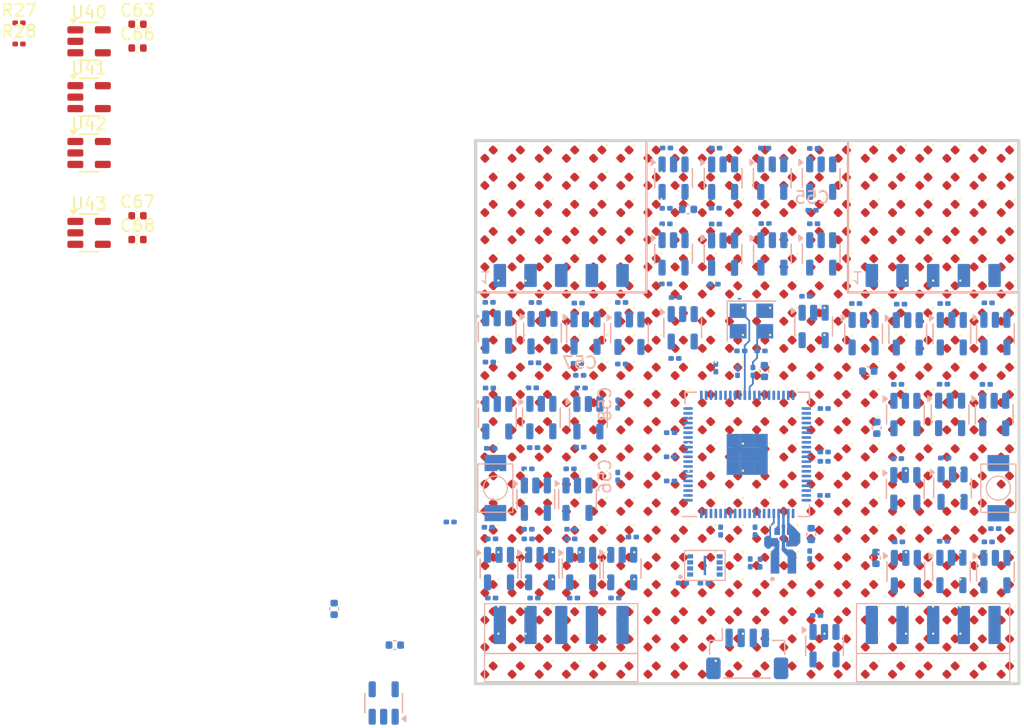
<source format=kicad_pcb>
(kicad_pcb (version 20241229) (generator "pcbnew") (generator_version "9.0")
  (layers (0 "F.Cu" signal) (4 "In1.Cu" signal) (6 "In2.Cu" signal) (8 "In3.Cu" signal) (10 "In4.Cu" signal) (2 "B.Cu" signal) (13 "F.Paste" user) (15 "B.Paste" user) (5 "F.SilkS" user "F.Silkscreen") (7 "B.SilkS" user "B.Silkscreen") (1 "F.Mask" user) (3 "B.Mask" user) (25 "Edge.Cuts" user))
  (net 0 "")
  (net 1 "GND")
  (net 2 "/panel_mcu/XIN")
  (net 3 "Net-(C2-Pad1)")
  (net 4 "+3V3")
  (net 5 "+1V1")
  (net 6 "/panel_mcu/VREG_AVDD")
  (net 7 "+5V")
  (net 8 "/drivers/ROW_00")
  (net 9 "Net-(D1-A)")
  (net 10 "/drivers/ROW_01")
  (net 11 "/drivers/ROW_02")
  (net 12 "/drivers/ROW_03")
  (net 13 "/drivers/ROW_04")
  (net 14 "Net-(D100-A)")
  (net 15 "/drivers/ROW_05")
  (net 16 "/drivers/ROW_06")
  (net 17 "/drivers/ROW_07")
  (net 18 "/drivers/ROW_08")
  (net 19 "/drivers/ROW_09")
  (net 20 "/drivers/ROW_10")
  (net 21 "/drivers/ROW_11")
  (net 22 "/drivers/ROW_12")
  (net 23 "/drivers/ROW_13")
  (net 24 "/drivers/ROW_14")
  (net 25 "/drivers/ROW_15")
  (net 26 "/drivers/ROW_16")
  (net 27 "/drivers/ROW_17")
  (net 28 "Net-(D181-A)")
  (net 29 "/drivers/ROW_18")
  (net 30 "/drivers/ROW_19")
  (net 31 "Net-(D21-A)")
  (net 32 "Net-(D41-A)")
  (net 33 "Net-(D61-A)")
  (net 34 "Net-(D101-A)")
  (net 35 "Net-(D121-A)")
  (net 36 "Net-(D141-A)")
  (net 37 "Net-(D161-A)")
  (net 38 "Net-(D201-A)")
  (net 39 "Net-(D221-A)")
  (net 40 "Net-(D241-A)")
  (net 41 "Net-(D261-A)")
  (net 42 "Net-(D281-A)")
  (net 43 "Net-(D301-A)")
  (net 44 "/panel_mcu/D-")
  (net 45 "/panel_mcu/D+")
  (net 46 "/panel_header/MOSI")
  (net 47 "/panel_header/MISO")
  (net 48 "/panel_header/SCK")
  (net 49 "/panel_header/CS2")
  (net 50 "/panel_header/CS0")
  (net 51 "/panel_header/CS4")
  (net 52 "/panel_header/CS1")
  (net 53 "/panel_header/EINT")
  (net 55 "/panel_mcu/VREG_LX")
  (net 56 "/panel_mcu/XIP_CS1n")
  (net 57 "Net-(R2-Pad1)")
  (net 58 "/panel_mcu/QSPI_SS")
  (net 59 "/panel_mcu/~{USB_BOOT}")
  (net 60 "/panel_mcu/XOUT")
  (net 61 "Net-(U2-USB_DP)")
  (net 62 "Net-(U2-USB_DM)")
  (net 63 "Net-(D321-A)")
  (net 64 "Net-(D341-A)")
  (net 65 "Net-(D361-A)")
  (net 66 "Net-(D381-A)")
  (net 67 "/drivers/COL_00")
  (net 68 "/drivers/COL_01")
  (net 69 "/drivers/COL_02")
  (net 70 "/drivers/COL_03")
  (net 71 "/drivers/COL_04")
  (net 72 "/drivers/COL_05")
  (net 73 "/drivers/COL_06")
  (net 74 "/drivers/COL_07")
  (net 75 "/drivers/COL_08")
  (net 76 "/drivers/COL_09")
  (net 77 "/drivers/COL_10")
  (net 78 "/drivers/COL_11")
  (net 79 "/drivers/COL_12")
  (net 80 "/drivers/COL_13")
  (net 81 "/panel_mcu/RUN")
  (net 82 "/panel_mcu/QSPI_SD2")
  (net 83 "/panel_mcu/QSPI_SD1")
  (net 84 "/panel_mcu/QSPI_SD3")
  (net 85 "/panel_mcu/QSPI_SCLK")
  (net 86 "/panel_mcu/QSPI_SD0")
  (net 87 "/drivers/COL_14")
  (net 88 "/drivers/COL_15")
  (net 89 "/drivers/COL_16")
  (net 90 "/drivers/COL_17")
  (net 91 "/drivers/COL_18")
  (net 92 "/drivers/COL_19")
  (net 94 "/drivers/ROW_MCU_09")
  (net 95 "/drivers/COL_MCU_12")
  (net 96 "/drivers/COL_MCU_17")
  (net 97 "/drivers/COL_MCU_11")
  (net 99 "/drivers/COL_MCU_02")
  (net 100 "/drivers/ROW_MCU_11")
  (net 102 "/drivers/COL_MCU_16")
  (net 103 "/drivers/COL_MCU_10")
  (net 104 "/drivers/ROW_MCU_07")
  (net 105 "/drivers/COL_MCU_14")
  (net 106 "/drivers/ROW_MCU_18")
  (net 107 "/drivers/ROW_MCU_10")
  (net 108 "/drivers/ROW_MCU_05")
  (net 109 "/drivers/COL_MCU_13")
  (net 110 "/drivers/COL_MCU_03")
  (net 111 "/drivers/ROW_MCU_06")
  (net 112 "/drivers/COL_MCU_07")
  (net 113 "/drivers/ROW_MCU_16")
  (net 114 "/drivers/ROW_MCU_02")
  (net 115 "/drivers/ROW_MCU_04")
  (net 116 "/drivers/ROW_MCU_08")
  (net 117 "/drivers/COL_MCU_15")
  (net 118 "/drivers/ROW_MCU_00")
  (net 119 "/drivers/COL_MCU_09")
  (net 120 "/drivers/COL_MCU_18")
  (net 121 "/drivers/COL_MCU_06")
  (net 122 "/drivers/COL_MCU_01")
  (net 124 "/drivers/COL_MCU_00")
  (net 125 "/drivers/ROW_MCU_14")
  (net 126 "/drivers/ROW_MCU_19")
  (net 127 "/drivers/ROW_MCU_12")
  (net 128 "/drivers/COL_MCU_05")
  (net 129 "/drivers/ROW_MCU_01")
  (net 130 "/drivers/COL_MCU_04")
  (net 132 "/drivers/ROW_MCU_03")
  (net 133 "/drivers/COL_MCU_08")
  (net 134 "/drivers/ROW_MCU_17")
  (net 135 "/drivers/ROW_MCU_15")
  (net 136 "/drivers/COL_MCU_19")
  (net 137 "/drivers/ROW_MCU_13")
  (footprint "panel_custom:LED_0402_1005Metric" (layer "F.Cu") (at 66.875 82.625 -135)
    (property "Reference" "D275" (hide yes))
    (property "Value" "LED" (hide yes))
  )
  (footprint "panel_custom:LED_0402_1005Metric" (layer "F.Cu") (at 93.875 89.375 -135)
    (property "Reference" "D58" (hide yes))
    (property "Value" "LED" (hide yes))
  )
  (footprint "panel_custom:LED_0402_1005Metric" (layer "F.Cu") (at 64.625 51.125 -135)
    (property "Reference" "D121" (hide yes))
    (property "Value" "LED" (hide yes))
  )
  (footprint "panel_custom:LED_0402_1005Metric" (layer "F.Cu") (at 93.875 69.125 -135)
    (property "Reference" "D229" (hide yes))
    (property "Value" "LED" (hide yes))
  )
  (footprint "panel_custom:LED_0402_1005Metric" (layer "F.Cu") (at 73.625 84.875 -135)
    (property "Reference" "D316" (hide yes))
    (property "Value" "LED" (hide yes))
  )
  (footprint "panel_custom:LED_0402_1005Metric" (layer "F.Cu") (at 60.125 80.375 -135)
    (property "Reference" "D234" (hide yes))
    (property "Value" "LED" (hide yes))
  )
  (footprint "panel_custom:LED_0402_1005Metric" (layer "F.Cu") (at 57.875 84.875 -135)
    (property "Reference" "D176" (hide yes))
    (property "Value" "LED" (hide yes))
  )
  (footprint "panel_custom:LED_0402_1005Metric" (layer "F.Cu") (at 93.875 93.875 -135)
    (property "Reference" "D20" (hide yes))
    (property "Value" "LED" (hide yes))
  )
  (footprint "panel_custom:LED_0402_1005Metric" (layer "F.Cu") (at 80.375 82.625 -135)
    (property "Reference" "D395" (hide yes))
    (property "Value" "LED" (hide yes))
  )
  (footprint "panel_custom:LED_0402_1005Metric" (layer "F.Cu") (at 91.625 75.875 -135)
    (property "Reference" "D152" (hide yes))
    (property "Value" "LED" (hide yes))
  )
  (footprint "panel_custom:LED_0402_1005Metric" (layer "F.Cu") (at 84.875 93.875 -135)
    (property "Reference" "D340" (hide yes))
    (property "Value" "LED" (hide yes))
  )
  (footprint "panel_custom:LED_0402_1005Metric" (layer "F.Cu") (at 89.375 53.375 -135)
    (property "Reference" "D322" (hide yes))
    (property "Value" "LED" (hide yes))
  )
  (footprint "panel_custom:LED_0402_1005Metric" (layer "F.Cu") (at 87.125 75.875 -135)
    (property "Reference" "D112" (hide yes))
    (property "Value" "LED" (hide yes))
  )
  (footprint "panel_custom:LED_0402_1005Metric" (layer "F.Cu") (at 51.125 78.125 -135)
    (property "Reference" "D173" (hide yes))
    (property "Value" "LED" (hide yes))
  )
  (footprint "panel_custom:LED_0402_1005Metric" (layer "F.Cu") (at 93.875 53.375 -135)
    (property "Reference" "D362" (hide yes))
    (property "Value" "LED" (hide yes))
  )
  (footprint "panel_custom:LED_0402_1005Metric" (layer "F.Cu") (at 73.625 82.625 -135)
    (property "Reference" "D335" (hide yes))
    (property "Value" "LED" (hide yes))
  )
  (footprint "panel_custom:LED_0402_1005Metric" (layer "F.Cu") (at 89.375 75.875 -135)
    (property "Reference" "D132" (hide yes))
    (property "Value" "LED" (hide yes))
  )
  (footprint "panel_custom:LED_0402_1005Metric" (layer "F.Cu") (at 69.125 78.125 -135)
    (property "Reference" "D333" (hide yes))
    (property "Value" "LED" (hide yes))
  )
  (footprint "panel_custom:LED_0402_1005Metric" (layer "F.Cu") (at 66.875 53.375 -135)
    (property "Reference" "D122" (hide yes))
    (property "Value" "LED" (hide yes))
  )
  (footprint "panel_custom:LED_0402_1005Metric" (layer "F.Cu") (at 71.375 51.125 -135)
    (property "Reference" "D181" (hide yes))
    (property "Value" "LED" (hide yes))
  )
  (footprint "panel_custom:LED_0402_1005Metric" (layer "F.Cu") (at 84.875 60.125 -135)
    (property "Reference" "D225" (hide yes))
    (property "Value" "LED" (hide yes))
  )
  (footprint "panel_custom:LED_0402_1005Metric" (layer "F.Cu") (at 69.125 66.875 -135)
    (property "Reference" "D28" (hide yes))
    (property "Value" "LED" (hide yes))
  )
  (footprint "panel_custom:LED_0402_1005Metric" (layer "F.Cu") (at 60.125 78.125 -135)
    (property "Reference" "D253" (hide yes))
    (property "Value" "LED" (hide yes))
  )
  (footprint "panel_custom:LED_0402_1005Metric" (layer "F.Cu") (at 69.125 82.625 -135)
    (property "Reference" "D295" (hide yes))
    (property "Value" "LED" (hide yes))
  )
  (footprint "panel_custom:LED_0402_1005Metric" (layer "F.Cu") (at 75.875 53.375 -135)
    (property "Reference" "D202" (hide yes))
    (property "Value" "LED" (hide yes))
  )
  (footprint "panel_custom:LED_0402_1005Metric" (layer "F.Cu") (at 78.125 55.625 -135)
    (property "Reference" "D203" (hide yes))
    (property "Value" "LED" (hide yes))
  )
  (footprint "panel_custom:LED_0402_1005Metric" (layer "F.Cu") (at 89.375 66.875 -135)
    (property "Reference" "D208" (hide yes))
    (property "Value" "LED" (hide yes))
  )
  (footprint "panel_custom:LED_0402_1005Metric" (layer "F.Cu") (at 53.375 64.625 -135)
    (property "Reference" "D307" (hide yes))
    (property "Value" "LED" (hide yes))
  )
  (footprint "panel_custom:LED_0402_1005Metric" (layer "F.Cu") (at 53.375 78.125 -135)
    (property "Reference" "D193" (hide yes))
    (property "Value" "LED" (hide yes))
  )
  (footprint "panel_custom:LED_0402_1005Metric" (layer "F.Cu") (at 62.375 80.375 -135)
    (property "Reference" "D254" (hide yes))
    (property "Value" "LED" (hide yes))
  )
  (footprint "panel_custom:LED_0402_1005Metric" (layer "F.Cu") (at 57.875 62.375 -135)
    (property "Reference" "D366" (hide yes))
    (property "Value" "LED" (hide yes))
  )
  (footprint "panel_custom:LED_0402_1005Metric" (layer "F.Cu") (at 57.875 82.625 -135)
    (property "Reference" "D195" (hide yes))
    (property "Value" "LED" (hide yes))
  )
  (footprint "panel_custom:LED_0402_1005Metric" (layer "F.Cu") (at 82.625 71.375 -135)
    (property "Reference" "D110" (hide yes))
    (property "Value" "LED" (hide yes))
  )
  (footprint "panel_custom:LED_0402_1005Metric" (layer "F.Cu") (at 93.875 80.375 -135)
    (property "Reference" "D134" (hide yes))
    (property "Value" "LED" (hide yes))
  )
  (footprint "panel_custom:LED_0402_1005Metric" (layer "F.Cu") (at 87.125 78.125 -135)
    (property "Reference" "D93" (hide yes))
    (property "Value" "LED" (hide yes))
  )
  (footprint "panel_custom:LED_0402_1005Metric" (layer "F.Cu") (at 53.375 93.875 -135)
    (property "Reference" "D60" (hide yes))
    (property "Value" "LED" (hide yes))
  )
  (footprint "panel_custom:LED_0402_1005Metric" (layer "F.Cu") (at 87.125 60.125 -135)
    (property "Reference" "D245" (hide yes))
    (property "Value" "LED" (hide yes))
  )
  (footprint "panel_custom:LED_0402_1005Metric" (layer "F.Cu") (at 87.125 51.125 -135)
    (property "Reference" "D321" (hide yes))
    (property "Value" "LED" (hide yes))
  )
  (footprint "panel_custom:LED_0402_1005Metric" (layer "F.Cu") (at 62.375 62.375 -135)
    (property "Reference" "D6" (hide yes))
    (property "Value" "LED" (hide yes))
  )
  (footprint "panel_custom:LED_0402_1005Metric" (layer "F.Cu") (at 89.375 87.125 -135)
    (property "Reference" "D37" (hide yes))
    (property "Value" "LED" (hide yes))
  )
  (footprint "panel_custom:LED_0402_1005Metric" (layer "F.Cu") (at 80.375 87.125 -135)
    (property "Reference" "D357" (hide yes))
    (property "Value" "LED" (hide yes))
  )
  (footprint "panel_custom:LED_0402_1005Metric" (layer "F.Cu") (at 91.625 78.125 -135)
    (property "Reference" "D133" (hide yes))
    (property "Value" "LED" (hide yes))
  )
  (footprint "panel_custom:LED_0402_1005Metric" (layer "F.Cu") (at 80.375 78.125 -135)
    (property "Reference" "D33" (hide yes))
    (property "Value" "LED" (hide yes))
  )
  (footprint "panel_custom:LED_0402_1005Metric" (layer "F.Cu") (at 80.375 89.375 -135)
    (property "Reference" "D338" (hide yes))
    (property "Value" "LED" (hide yes))
  )
  (footprint "panel_custom:LED_0402_1005Metric" (layer "F.Cu") (at 53.375 82.625 -135)
    (property "Reference" "D155" (hide yes))
    (property "Value" "LED" (hide yes))
  )
  (footprint "panel_custom:LED_0402_1005Metric" (layer "F.Cu") (at 73.625 53.375 -135)
    (property "Reference" "D182" (hide yes))
    (property "Value" "LED" (hide yes))
  )
  (footprint "panel_custom:LED_0402_1005Metric" (layer "F.Cu") (at 64.625 84.875 -135)
    (property "Reference" "D236" (hide yes))
    (property "Value" "LED" (hide yes))
  )
  (footprint "panel_custom:LED_0402_1005Metric" (layer "F.Cu") (at 62.375 82.625 -135)
    (property "Reference" "D235" (hide yes))
    (property "Value" "LED" (hide yes))
  )
  (footprint "panel_custom:LED_0402_1005Metric" (layer "F.Cu") (at 71.375 73.625 -135)
    (property "Reference" "D391" (hide yes))
    (property "Value" "LED" (hide yes))
  )
  (footprint "panel_custom:LED_0402_1005Metric" (layer "F.Cu") (at 80.375 66.875 -135)
    (property "Reference" "D128" (hide yes))
    (property "Value" "LED" (hide yes))
  )
  (footprint "panel_custom:LED_0402_1005Metric" (layer "F.Cu") (at 64.625 75.875 -135)
    (property "Reference" "D312" (hide yes))
    (property "Value" "LED" (hide yes))
  )
  (footprint "panel_custom:LED_0402_1005Metric" (layer "F.Cu") (at 69.125 60.125 -135)
    (property "Reference" "D85" (hide yes))
    (property "Value" "LED" (hide yes))
  )
  (footprint "panel_custom:LED_0402_1005Metric" (layer "F.Cu") (at 62.375 93.875 -135)
    (property "Reference" "D140" (hide yes))
    (property "Value" "LED" (hide yes))
  )
  (footprint "panel_custom:LED_0402_1005Metric" (layer "F.Cu") (at 80.375 60.125 -135)
    (property "Reference" "D185" (hide yes))
    (property "Value" "LED" (hide yes))
  )
  (footprint "panel_custom:LED_0402_1005Metric" (layer "F.Cu") (at 53.375 51.125 -135)
    (property "Reference" "D21" (hide yes))
    (property "Value" "LED" (hide yes))
  )
  (footprint "panel_custom:LED_0402_1005Metric" (layer "F.Cu") (at 51.125 91.625 -135)
    (property "Reference" "D59" (hide yes))
    (property "Value" "LED" (hide yes))
  )
  (footprint "panel_custom:LED_0402_1005Metric" (layer "F.Cu") (at 91.625 89.375 -135)
    (property "Reference" "D38" (hide yes))
    (property "Value" "LED" (hide yes))
  )
  (footprint "panel_custom:LED_0402_1005Metric" (layer "F.Cu") (at 91.625 66.875 -135)
    (property "Reference" "D228" (hide yes))
    (property "Value" "LED" (hide yes))
  )
  (footprint "panel_custom:LED_0402_1005Metric" (layer "F.Cu") (at 60.125 69.125 -135)
    (property "Reference" "D329" (hide yes))
    (property "Value" "LED" (hide yes))
  )
  (footprint "panel_custom:LED_0402_1005Metric" (layer "F.Cu") (at 55.625 91.625 -135)
    (property "Reference" "D99" (hide yes))
    (property "Value" "LED" (hide yes))
  )
  (footprint "panel_custom:LED_0402_1005Metric" (layer "F.Cu") (at 73.625 78.125 -135)
    (property "Reference" "D373" (hide yes))
    (property "Value" "LED" (hide yes))
  )
  (footprint "panel_custom:LED_0402_1005Metric" (layer "F.Cu") (at 78.125 82.625 -135)
    (property "Reference" "D375" (hide yes))
    (property "Value" "LED" (hide yes))
  )
  (footprint "panel_custom:LED_0402_1005Metric" (layer "F.Cu") (at 87.125 71.375 -135)
    (property "Reference" "D150" (hide yes))
    (property "Value" "LED" (hide yes))
  )
  (footprint "panel_custom:LED_0402_1005Metric" (layer "F.Cu") (at 73.625 93.875 -135)
    (property "Reference" "D240" (hide yes))
    (property "Value" "LED" (hide yes))
  )
  (footprint "panel_custom:LED_0402_1005Metric" (layer "F.Cu") (at 57.875 51.125 -135)
    (property "Reference" "D61" (hide yes))
    (property "Value" "LED" (hide yes))
  )
  (footprint "panel_custom:LED_0402_1005Metric" (layer "F.Cu") (at 91.625 93.875 -135)
    (property "Reference" "D400" (hide yes))
    (property "Value" "LED" (hide yes))
  )
  (footprint "panel_custom:LED_0402_1005Metric" (layer "F.Cu") (at 78.125 87.125 -135)
    (property "Reference" "D337" (hide yes))
    (property "Value" "LED" (hide yes))
  )
  (footprint "panel_custom:LED_0402_1005Metric" (layer "F.Cu") (at 78.125 91.625 -135)
    (property "Reference" "D299" (hide yes))
    (property "Value" "LED" (hide yes))
  )
  (footprint "panel_custom:LED_0402_1005Metric" (layer "F.Cu") (at 89.375 69.125 -135)
    (property "Reference" "D189" (hide yes))
    (property "Value" "LED" (hide yes))
  )
  (footprint "panel_custom:LED_0402_1005Metric" (layer "F.Cu") (at 66.875 60.125 -135)
    (property "Reference" "D65" (hide yes))
    (property "Value" "LED" (hide yes))
  )
  (footprint "panel_custom:LED_0402_1005Metric" (layer "F.Cu") (at 55.625 93.875 -135)
    (property "Reference" "D80" (hide yes))
    (property "Value" "LED" (hide yes))
  )
  (footprint "panel_custom:LED_0402_1005Metric" (layer "F.Cu") (at 93.875 51.125 -135)
    (property "Reference" "D381" (hide yes))
    (property "Value" "LED" (hide yes))
  )
  (footprint "panel_custom:LED_0402_1005Metric" (layer "F.Cu") (at 71.375 60.125 -135)
    (property "Reference" "D105" (hide yes))
    (property "Value" "LED" (hide yes))
  )
  (footprint "panel_custom:LED_0402_1005Metric" (layer "F.Cu") (at 60.125 53.375 -135)
    (property "Reference" "D62" (hide yes))
    (property "Value" "LED" (hide yes))
  )
  (footprint "panel_custom:LED_0402_1005Metric" (layer "F.Cu") (at 89.375 64.625 -135)
    (property "Reference" "D227" (hide yes))
    (property "Value" "LED" (hide yes))
  )
  (footprint "panel_custom:LED_0402_1005Metric" (layer "F.Cu") (at 51.125 71.375 -135)
    (property "Reference" "D230" (hide yes))
    (property "Value" "LED" (hide yes))
  )
  (footprint "panel_custom:LED_0402_1005Metric" (layer "F.Cu") (at 87.125 91.625 -135)
    (property "Reference" "D379" (hide yes))
    (property "Value" "LED" (hide yes))
  )
  (footprint "panel_custom:LED_0402_1005Metric" (layer "F.Cu") (at 78.125 84.875 -135)
    (property "Reference" "D356" (hide yes))
    (property "Value" "LED" (hide yes))
  )
  (footprint "panel_custom:LED_0402_1005Metric" (layer "F.Cu") (at 66.875 69.125 -135)
    (property "Reference" "D389" (hide yes))
    (property "Value" "LED" (hide yes))
  )
  (footprint "panel_custom:LED_0402_1005Metric" (layer "F.Cu") (at 73.625 55.625 -135)
    (property "Reference" "D163" (hide yes))
    (property "Value" "LED" (hide yes))
  )
  (footprint "panel_custom:LED_0402_1005Metric" (layer "F.Cu") (at 71.375 91.625 -135)
    (property "Reference" "D239" (hide yes))
    (property "Value" "LED" (hide yes))
  )
  (footprint "panel_custom:LED_0402_1005Metric" (layer "F.Cu") (at 71.375 55.625 -135)
    (property "Reference" "D143" (hide yes))
    (property "Value" "LED" (hide yes))
  )
  (footprint "panel_custom:LED_0402_1005Metric" (layer "F.Cu") (at 62.375 91.625 -135)
    (property "Reference" "D159" (hide yes))
    (property "Value" "LED" (hide yes))
  )
  (footprint "panel_custom:LED_0402_1005Metric" (layer "F.Cu") (at 57.875 55.625 -135)
    (property "Reference" "D23" (hide yes))
    (property "Value" "LED" (hide yes))
  )
  (footprint "panel_custom:LED_0402_1005Metric" (layer "F.Cu") (at 66.875 64.625 -135)
    (property "Reference" "D27" (hide yes))
    (property "Value" "LED" (hide yes))
  )
  (footprint "panel_custom:LED_0402_1005Metric" (layer "F.Cu") (at 53.375 55.625 -135)
    (property "Reference" "D383" (hide yes))
    (property "Value" "LED" (hide yes))
  )
  (footprint "panel_custom:LED_0402_1005Metric" (layer "F.Cu") (at 73.625 89.375 -135)
    (property "Reference" "D278" (hide yes))
    (property "Value" "LED" (hide yes))
  )
  (footprint "panel_custom:LED_0402_1005Metric" (layer "F.Cu") (at 71.375 80.375 -135)
    (property "Reference" "D334" (hide yes))
    (property "Value" "LED" (hide yes))
  )
  (footprint "panel_custom:LED_0402_1005Metric" (layer "F.Cu") (at 55.625 57.875 -135)
    (property "Reference" "D384" (hide yes))
    (property "Value" "LED" (hide yes))
  )
  (footprint "panel_custom:LED_0402_1005Metric" (layer "F.Cu") (at 69.125 84.875 -135)
    (property "Reference" "D276" (hide yes))
    (property "Value" "LED" (hide yes))
  )
  (footprint "panel_custom:LED_0402_1005Metric" (layer "F.Cu") (at 89.375 60.125 -135)
    (property "Reference" "D265" (hide yes))
    (property "Value" "LED" (hide yes))
  )
  (footprint "panel_custom:LED_0402_1005Metric" (layer "F.Cu") (at 69.125 75.875 -135)
    (property "Reference" "D352" (hide yes))
    (property "Value" "LED" (hide yes))
  )
  (footprint "panel_custom:LED_0402_1005Metric" (layer "F.Cu") (at 64.625 73.625 -135)
    (property "Reference" "D331" (hide yes))
    (property "Value" "LED" (hide yes))
  )
  (footprint "panel_custom:LED_0402_1005Metric" (layer "F.Cu") (at 80.375 93.875 -135)
    (property "Reference" "D300" (hide yes))
    (property "Value" "LED" (hide yes))
  )
  (footprint "panel_custom:LED_0402_1005Metric" (layer "F.Cu") (at 71.375 84.875 -135)
    (property "Reference" "D296" (hide yes))
    (property "Value" "LED" (hide yes))
  )
  (footprint "panel_custom:LED_0402_1005Metric" (layer "F.Cu") (at 69.125 62.375 -135)
    (property "Reference" "D66" (hide yes))
    (property "Value" "LED" (hide yes))
  )
  (footprint "panel_custom:LED_0402_1005Metric" (layer "F.Cu") (at 69.125 91.625 -135)
    (property "Reference" "D219" (hide yes))
    (property "Value" "LED" (hide yes))
  )
  (footprint "panel_custom:LED_0402_1005Metric" (layer "F.Cu") (at 69.125 87.125 -135)
    (property "Reference" "D257" (hide yes))
    (property "Value" "LED" (hide yes))
  )
  (footprint "panel_custom:LED_0402_1005Metric" (layer "F.Cu") (at 91.625 51.125 -135)
    (property "Reference" "D361" (hide yes))
    (property "Value" "LED" (hide yes))
  )
  (footprint "panel_custom:LED_0402_1005Metric" (layer "F.Cu") (at 78.125 80.375 -135)
    (property "Reference" "D394" (hide yes))
    (property "Value" "LED" (hide yes))
  )
  (footprint "panel_custom:LED_0402_1005Metric" (layer "F.Cu") (at 60.125 55.625 -135)
    (property "Reference" "D43" (hide yes))
    (property "Value" "LED" (hide yes))
  )
  (footprint "panel_custom:LED_0402_1005Metric" (layer "F.Cu") (at 84.875 64.625 -135)
    (property "Reference" "D187" (hide yes))
    (property "Value" "LED" (hide yes))
  )
  (footprint "panel_custom:LED_0402_1005Metric" (layer "F.Cu") (at 75.875 87.125 -135)
    (property "Reference" "D317" (hide yes))
    (property "Value" "LED" (hide yes))
  )
  (footprint "panel_custom:LED_0402_1005Metric" (layer "F.Cu") (at 84.875 62.375 -135)
    (property "Reference" "D206" (hide yes))
    (property "Value" "LED" (hide yes))
  )
  (footprint "panel_custom:LED_0402_1005Metric" (layer "F.Cu") (at 60.125 71.375 -135)
    (property "Reference" "D310" (hide yes))
    (property "Value" "LED" (hide yes))
  )
  (footprint "panel_custom:LED_0402_1005Metric" (layer "F.Cu") (at 82.625 75.875 -135)
    (property "Reference" "D72" (hide yes))
    (property "Value" "LED" (hide yes))
  )
  (footprint "panel_custom:LED_0402_1005Metric" (layer "F.Cu") (at 62.375 73.625 -135)
    (property "Reference" "D311" (hide yes))
    (property "Value" "LED" (hide yes))
  )
  (footprint "Capacitor_SMD:C_0402_1005Metric" (layer "F.Cu") (at 22.02 58.2)
    (property "Reference" "C68")
    (property "Value" "10uF")
  )
  (footprint "panel_custom:LED_0402_1005Metric" (layer "F.Cu") (at 64.625 66.875 -135)
    (property "Reference" "D388" (hide yes))
    (property "Value" "LED" (hide yes))
  )
  (footprint "panel_custom:LED_0402_1005Metric" (layer "F.Cu") (at 87.125 55.625 -135)
    (property "Reference" "D283" (hide yes))
    (property "Value" "LED" (hide yes))
  )
  (footprint "panel_custom:LED_0402_1005Metric" (layer "F.Cu") (at 66.875 62.375 -135)
    (property "Reference" "D46" (hide yes))
    (property "Value" "LED" (hide yes))
  )
  (footprint "panel_custom:LED_0402_1005Metric" (layer "F.Cu") (at 69.125 51.125 -135)
    (property "Reference" "D161" (hide yes))
    (property "Value" "LED" (hide yes))
  )
  (footprint "panel_custom:LED_0402_1005Metric" (layer "F.Cu") (at 55.625 55.625 -135)
    (property "Reference" "D3" (hide yes))
    (property "Value" "LED" (hide yes))
  )
  (footprint "panel_custom:LED_0402_1005Metric" (layer "F.Cu") (at 71.375 78.125 -135)
    (property "Reference" "D353" (hide yes))
    (property "Value" "LED" (hide yes))
  )
  (footprint "panel_custom:LED_0402_1005Metric" (layer "F.Cu") (at 87.125 66.875 -135)
    (property "Reference" "D188" (hide yes))
    (property "Value" "LED" (hide yes))
  )
  (footprint "panel_custom:LED_0402_1005Metric" (layer "F.Cu") (at 75.875 84.875 -135)
    (property "Reference" "D336" (hide yes))
    (property "Value" "LED" (hide yes))
  )
  (footprint "panel_custom:LED_0402_1005Metric" (layer "F.Cu") (at 84.875 82.625 -135)
    (property "Reference" "D35" (hide yes))
    (property "Value" "LED" (hide yes))
  )
  (footprint "panel_custom:LED_0402_1005Metric" (layer "F.Cu") (at 53.375 62.375 -135)
    (property "Reference" "D326" (hide yes))
    (property "Value" "LED" (hide yes))
  )
  (footprint "panel_custom:LED_0402_1005Metric" (layer "F.Cu") (at 73.625 60.125 -135)
    (property "Reference" "D125" (hide yes))
    (property "Value" "LED" (hide yes))
  )
  (footprint "panel_custom:LED_0402_1005Metric" (layer "F.Cu") (at 66.875 71.375 -135)
    (property "Reference" "D370" (hide yes))
    (property "Value" "LED" (hide yes))
  )
  (footprint "panel_custom:LED_0402_1005Metric" (layer "F.Cu") (at 57.875 53.375 -135)
    (property "Reference" "D42" (hide yes))
    (property "Value" "LED" (hide yes))
  )
  (footprint "panel_custom:LED_0402_1005Metric" (layer "F.Cu") (at 69.125 64.625 -135)
    (property "Reference" "D47" (hide yes))
    (property "Value" "LED" (hide yes))
  )
  (footprint "panel_custom:LED_0402_1005Metric" (layer "F.Cu") (at 78.125 93.875 -135)
    (property "Reference" "D280" (hide yes))
    (property "Value" "LED" (hide yes))
  )
  (footprint "panel_custom:LED_0402_1005Metric" (layer "F.Cu") (at 80.375 62.375 -135)
    (property "Reference" "D166" (hide yes))
    (property "Value" "LED" (hide yes))
  )
  (footprint "panel_custom:LED_0402_1005Metric" (layer "F.Cu") (at 60.125 62.375 -135)
    (property "Reference" "D386" (hide yes))
    (property "Value" "LED" (hide yes))
  )
  (footprint "panel_custom:LED_0402_1005Metric" (layer "F.Cu") (at 57.875 91.625 -135)
    (property "Reference" "D119" (hide yes))
    (property "Value" "LED" (hide yes))
  )
  (footprint "panel_custom:LED_0402_1005Metric" (layer "F.Cu") (at 78.125 73.625 -135)
    (property "Reference" "D51" (hide yes))
    (property "Value" "LED" (hide yes))
  )
  (footprint "panel_custom:LED_0402_1005Metric" (layer "F.Cu") (at 71.375 69.125 -135)
    (property "Reference" "D29" (hide yes))
    (property "Value" "LED" (hide yes))
  )
  (footprint "panel_custom:LED_0402_1005Metric" (layer "F.Cu") (at 84.875 78.125 -135)
    (property "Reference" "D73" (hide yes))
    (property "Value" "LED" (hide yes))
  )
  (footprint "panel_custom:LED_0402_1005Metric" (layer "F.Cu") (at 62.375 55.625 -135)
    (property "Reference" "D63" (hide yes))
    (property "Value" "LED" (hide yes))
  )
  (footprint "panel_custom:LED_0402_1005Metric" (layer "F.Cu") (at 62.375 78.125 -135)
    (property "Reference" "D273" (hide yes))
    (property "Value" "LED" (hide yes))
  )
  (footprint "panel_custom:LED_0402_1005Metric" (layer "F.Cu") (at 60.125 75.875 -135)
    (property "Reference" "D272" (hide yes))
    (property "Value" "LED" (hide yes))
  )
  (footprint "panel_custom:LED_0402_1005Metric" (layer "F.Cu") (at 53.375 66.875 -135)
    (property "Reference" "D288" (hide yes))
    (property "Value" "LED" (hide yes))
  )
  (footprint "panel_custom:LED_0402_1005Metric" (layer "F.Cu") (at 71.375 57.875 -135)
    (property "Reference" "D124" (hide yes))
    (property "Value" "LED" (hide yes))
  )
  (footprint "panel_custom:LED_0402_1005Metric" (layer "F.Cu") (at 91.625 84.875 -135)
    (property "Reference" "D76" (hide yes))
    (property "Value" "LED" (hide yes))
  )
  (footprint "panel_custom:LED_0402_1005Metric" (layer "F.Cu") (at 84.875 87.125 -135)
    (property "Reference" "D397" (hide yes))
    (property "Value" "LED" (hide yes))
  )
  (footprint "panel_custom:LED_0402_1005Metric" (layer "F.Cu") (at 89.375 89.375 -135)
    (property "Reference" "D18" (hide yes))
    (property "Value" "LED" (hide yes))
  )
  (footprint "panel_custom:LED_0402_1005Metric" (layer "F.Cu") (at 64.625 55.625 -135)
    (property "Reference" "D83" (hide yes))
    (property "Value" "LED" (hide yes))
  )
  (footprint "panel_custom:LED_0402_1005Metric" (layer "F.Cu") (at 64.625 60.125 -135)
    (property "Reference" "D45" (hide yes))
    (property "Value" "LED" (hide yes))
  )
  (footprint "panel_custom:LED_0402_1005Metric" (layer "F.Cu") (at 82.625 51.125 -135)
    (property "Reference" "D281" (hide yes))
    (property "Value" "LED" (hide yes))
  )
  (footprint "panel_custom:LED_0402_1005Metric" (layer "F.Cu") (at 91.625 87.125 -135)
    (property "Reference" "D57" (hide yes))
    (property "Value" "LED" (hide yes))
  )
  (footprint "Package_TO_SOT_SMD:SOT-23-5" (layer "F.Cu") (at 18.01 57.645)
    (property "Reference" "U43")
    (property "Value" "AP2112K-3.3")
  )
  (footprint "panel_custom:LED_0402_1005Metric" (layer "F.Cu") (at 80.375 91.625 -135)
    (property "Reference" "D319" (hide yes))
    (property "Value" "LED" (hide yes))
  )
  (footprint "panel_custom:LED_0402_1005Metric" (layer "F.Cu") (at 73.625 91.625 -135)
    (property "Reference" "D259" (hide yes))
    (property "Value" "LED" (hide yes))
  )
  (footprint "panel_custom:LED_0402_1005Metric" (layer "F.Cu") (at 60.125 91.625 -135)
    (property "Reference" "D139" (hide yes))
    (property "Value" "LED" (hide yes))
  )
  (footprint "panel_custom:LED_0402_1005Metric" (layer "F.Cu") (at 66.875 51.125 -135)
    (property "Reference" "D141" (hide yes))
    (property "Value" "LED" (hide yes))
  )
  (footprint "panel_custom:LED_0402_1005Metric" (layer "F.Cu") (at 78.125 57.875 -135)
    (property "Reference" "D184" (hide yes))
    (property "Value" "LED" (hide yes))
  )
  (footprint "panel_custom:LED_0402_1005Metric" (layer "F.Cu") (at 82.625 84.875 -135)
    (property "Reference" "D396" (hide yes))
    (property "Value" "LED" (hide yes))
  )
  (footprint "panel_custom:LED_0402_1005Metric" (layer "F.Cu") (at 82.625 89.375 -135)
    (property "Reference" "D358" (hide yes))
    (property "Value" "LED" (hide yes))
  )
  (footprint "panel_custom:LED_0402_1005Metric" (layer "F.Cu") (at 71.375 53.375 -135)
    (property "Reference" "D162" (hide yes))
    (property "Value" "LED" (hide yes))
  )
  (footprint "panel_custom:LED_0402_1005Metric" (layer "F.Cu") (at 87.125 53.375 -135)
    (property "Reference" "D302" (hide yes))
    (property "Value" "LED" (hide yes))
  )
  (footprint "panel_custom:LED_0402_1005Metric" (layer "F.Cu") (at 64.625 53.375 -135)
    (property "Reference" "D102" (hide yes))
    (property "Value" "LED" (hide yes))
  )
  (footprint "panel_custom:LED_0402_1005Metric" (layer "F.Cu") (at 64.625 89.375 -135)
    (property "Reference" "D198" (hide yes))
    (property "Value" "LED" (hide yes))
  )
  (footprint "panel_custom:LED_0402_1005Metric" (layer "F.Cu") (at 87.125 89.375 -135)
    (property "Reference" "D398" (hide yes))
    (property "Value" "LED" (hide yes))
  )
  (footprint "panel_custom:LED_0402_1005Metric" (layer "F.Cu") (at 55.625 89.375 -135)
    (property "Reference" "D118" (hide yes))
    (property "Value" "LED" (hide yes))
  )
  (footprint "panel_custom:LED_0402_1005Metric" (layer "F.Cu") (at 57.875 71.375 -135)
    (property "Reference" "D290" (hide yes))
    (property "Value" "LED" (hide yes))
  )
  (footprint "panel_custom:LED_0402_1005Metric" (layer "F.Cu") (at 60.125 57.875 -135)
    (property "Reference" "D24" (hide yes))
    (property "Value" "LED" (hide yes))
  )
  (footprint "panel_custom:LED_0402_1005Metric" (layer "F.Cu") (at 75.875 75.875 -135)
    (property "Reference" "D12" (hide yes))
    (property "Value" "LED" (hide yes))
  )
  (footprint "panel_custom:LED_0402_1005Metric" (layer "F.Cu") (at 82.625 53.375 -135)
    (property "Reference" "D262" (hide yes))
    (property "Value" "LED" (hide yes))
  )
  (footprint "panel_custom:LED_0402_1005Metric" (layer "F.Cu") (at 71.375 89.375 -135)
    (property "Reference" "D258" (hide yes))
    (property "Value" "LED" (hide yes))
  )
  (footprint "panel_custom:LED_0402_1005Metric" (layer "F.Cu") (at 55.625 80.375 -135)
    (property "Reference" "D194" (hide yes))
    (property "Value" "LED" (hide yes))
  )
  (footprint "panel_custom:LED_0402_1005Metric" (layer "F.Cu") (at 62.375 75.875 -135)
    (property "Reference" "D292" (hide yes))
    (property "Value" "LED" (hide yes))
  )
  (footprint "panel_custom:LED_0402_1005Metric" (layer "F.Cu") (at 66.875 78.125 -135)
    (property "Reference" "D313" (hide yes))
    (property "Value" "LED" (hide yes))
  )
  (footprint "panel_custom:LED_0402_1005Metric" (layer "F.Cu") (at 60.125 64.625 -135)
    (property "Reference" "D367" (hide yes))
    (property "Value" "LED" (hide yes))
  )
  (footprint "panel_custom:LED_0402_1005Metric" (layer "F.Cu") (at 73.625 62.375 -135)
    (property "Reference" "D106" (hide yes))
    (property "Value" "LED" (hide yes))
  )
  (footprint "panel_custom:LED_0402_1005Metric" (layer "F.Cu") (at 78.125 69.125 -135)
    (property "Reference" "D89" (hide yes))
    (property "Value" "LED" (hide yes))
  )
  (footprint "panel_custom:LED_0402_1005Metric" (layer "F.Cu") (at 75.875 55.625 -135)
    (property "Reference" "D183" (hide yes))
    (property "Value" "LED" (hide yes))
  )
  (footprint "panel_custom:LED_0402_1005Metric" (layer "F.Cu") (at 71.375 71.375 -135)
    (property "Reference" "D10" (hide yes))
    (property "Value" "LED" (hide yes))
  )
  (footprint "panel_custom:LED_0402_1005Metric" (layer "F.Cu") (at 84.875 84.875 -135)
    (property "Reference" "D16" (hide yes))
    (property "Value" "LED" (hide yes))
  )
  (footprint "panel_custom:LED_0402_1005Metric" (layer "F.Cu") (at 53.375 89.375 -135)
    (property "Reference" "D98" (hide yes))
    (property "Value" "LED" (hide yes))
  )
  (footprint "panel_custom:LED_0402_1005Metric" (layer "F.Cu") (at 82.625 62.375 -135)
    (property "Reference" "D186" (hide yes))
    (property "Value" "LED" (hide yes))
  )
  (footprint "panel_custom:LED_0402_1005Metric" (layer "F.Cu") (at 51.125 82.625 -135)
    (property "Reference" "D135" (hide yes))
    (property "Value" "LED" (hide yes))
  )
  (footprint "panel_custom:LED_0402_1005Metric" (layer "F.Cu") (at 73.625 64.625 -135)
    (property "Reference" "D87" (hide yes))
    (property "Value" "LED" (hide yes))
  )
  (footprint "panel_custom:LED_0402_1005Metric" (layer "F.Cu") (at 93.875 91.625 -135)
    (property "Reference" "D39" (hide yes))
    (property "Value" "LED" (hide yes))
  )
  (footprint "panel_custom:LED_0402_1005Metric" (layer "F.Cu") (at 73.625 57.875 -135)
    (property "Reference" "D144" (hide yes))
    (property "Value" "LED" (hide yes))
  )
  (footprint "panel_custom:LED_0402_1005Metric" (layer "F.Cu") (at 69.125 55.625 -135)
    (property "Reference" "D123" (hide yes))
    (property "Value" "LED" (hide yes))
  )
  (footprint "panel_custom:LED_0402_1005Metric" (layer "F.Cu") (at 87.125 64.625 -135)
    (property "Reference" "D207" (hide yes))
    (property "Value" "LED" (hide yes))
  )
  (footprint "panel_custom:LED_0402_1005Metric" (layer "F.Cu") (at 51.125 75.875 -135)
    (property "Reference" "D192" (hide yes))
    (property "Value" "LED" (hide yes))
  )
  (footprint "panel_custom:LED_0402_1005Metric" (layer "F.Cu") (at 57.875 73.625 -135)
    (property "Reference" "D271" (hide yes))
    (property "Value" "LED" (hide yes))
  )
  (footprint "panel_custom:LED_0402_1005Metric" (layer "F.Cu") (at 82.625 55.625 -135)
    (property "Reference" "D243" (hide yes))
    (property "Value" "LED" (hide yes))
  )
  (footprint "panel_custom:LED_0402_1005Metric" (layer "F.Cu") (at 78.125 75.875 -135)
    (property "Reference" "D32" (hide yes))
    (property "Value" "LED" (hide yes))
  )
  (footprint "panel_custom:LED_0402_1005Metric" (layer "F.Cu") (at 78.125 51.125 -135)
    (property "Reference" "D241" (hide yes))
    (property "Value" "LED" (hide yes))
  )
  (footprint "panel_custom:LED_0402_1005Metric" (layer "F.Cu") (at 51.125 60.125 -135)
    (property "Reference" "D325" (hide yes))
    (property "Value" "LED" (hide yes))
  )
  (footprint "panel_custom:LED_0402_1005Metric" (layer "F.Cu") (at 89.375 78.125 -135)
    (property "Reference" "D113" (hide yes))
    (property "Value" "LED" (hide yes))
  )
  (footprint "panel_custom:LED_0402_1005Metric" (layer "F.Cu") (at 93.875 57.875 -135)
    (property "Reference" "D324" (hide yes))
    (property "Value" "LED" (hide yes))
  )
  (footprint "panel_custom:LED_0402_1005Metric" (layer "F.Cu") (at 87.125 87.125 -135)
    (property "Reference" "D17" (hide yes))
    (property "Value" "LED" (hide yes))
  )
  (footprint "panel_custom:LED_0402_1005Metric" (layer "F.Cu") (at 93.875 66.875 -135)
    (property "Reference" "D248" (hide yes))
    (property "Value" "LED" (hide yes))
  )
  (footprint "panel_custom:LED_0402_1005Metric" (layer "F.Cu") (at 62.375 84.875 -135)
    (property "Reference" "D216" (hide yes))
    (property "Value" "LED" (hide yes))
  )
  (footprint "panel_custom:LED_0402_1005Metric" (layer "F.Cu") (at 60.125 60.125 -135)
    (property "Reference" "D5" (hide yes))
    (property "Value" "LED" (hide yes))
  )
  (footprint "Resistor_SMD:R_0201_0603Metric" (layer "F.Cu") (at 12.21 42)
    (property "Reference" "R28")
    (property "Value" "270")
  )
  (footprint "panel_custom:LED_0402_1005Metric" (layer "F.Cu") (at 78.125 53.375 -135)
    (property "Reference" "D222" (hide yes))
    (property "Value" "LED" (hide yes))
  )
  (footprint "panel_custom:LED_0402_1005Metric" (layer "F.Cu") (at 75.875 69.125 -135)
    (property "Reference" "D69" (hide yes))
    (property "Value" "LED" (hide yes))
  )
  (footprint "panel_custom:LED_0402_1005Metric" (layer "F.Cu") (at 64.625 91.625 -135)
    (property "Reference" "D179" (hide yes))
    (property "Value" "LED" (hide yes))
  )
  (footprint "panel_custom:LED_0402_1005Metric" (layer "F.Cu") (at 55.625 73.625 -135)
    (property "Reference" "D251" (hide yes))
    (property "Value" "LED" (hide yes))
  )
  (footprint "panel_custom:LED_0402_1005Metric" (layer "F.Cu") (at 82.625 57.875 -135)
    (property "Reference" "D224" (hide yes))
    (property "Value" "LED" (hide yes))
  )
  (footprint "panel_custom:LED_0402_1005Metric" (layer "F.Cu") (at 82.625 78.125 -135)
    (property "Reference" "D53" (hide yes))
    (property "Value" "LED" (hide yes))
  )
  (footprint "panel_custom:LED_0402_1005Metric" (layer "F.Cu") (at 55.625 60.125 -135)
    (property "Reference" "D365" (hide yes))
    (property "Value" "LED" (hide yes))
  )
  (footprint "panel_custom:LED_0402_1005Metric" (layer "F.Cu") (at 80.375 55.625 -135)
    (property "Reference" "D223" (hide yes))
    (property "Value" "LED" (hide yes))
  )
  (footprint "panel_custom:LED_0402_1005Metric" (layer "F.Cu") (at 64.625 64.625 -135)
    (property "Reference" "D7" (hide yes))
    (property "Value" "LED" (hide yes))
  )
  (footprint "panel_custom:LED_0402_1005Metric" (layer "F.Cu") (at 71.375 66.875 -135)
    (property "Reference" "D48" (hide yes))
    (property "Value" "LED" (hide yes))
  )
  (footprint "panel_custom:LED_0402_1005Metric" (layer "F.Cu") (at 89.375 84.875 -135)
    (property "Reference" "D56" (hide yes))
    (property "Value" "LED" (hide yes))
  )
  (footprint "panel_custom:LED_0402_1005Metric" (layer "F.Cu") (at 57.875 60.125 -135)
    (property "Reference" "D385" (hide yes))
    (property "Value" "LED" (hide yes))
  )
  (footprint "panel_custom:LED_0402_1005Metric" (layer "F.Cu") (at 91.625 71.375 -135)
    (property "Reference" "D190" (hide yes))
    (property "Value" "LED" (hide yes))
  )
  (footprint "panel_custom:LED_0402_1005Metric" (layer "F.Cu") (at 51.125 87.125 -135)
    (property "Reference" "D97" (hide yes))
    (property "Value" "LED" (hide yes))
  )
  (footprint "panel_custom:LED_0402_1005Metric" (layer "F.Cu") (at 73.625 66.875 -135)
    (property "Reference" "D68" (hide yes))
    (property "Value" "LED" (hide yes))
  )
  (footprint "Capacitor_SMD:C_0402_1005Metric" (layer "F.Cu") (at 22.02 40.36)
    (property "Reference" "C63")
    (property "Value" "10uF")
  )
  (footprint "panel_custom:LED_0402_1005Metric" (layer "F.Cu") (at 66.875 84.875 -135)
    (property "Reference" "D256" (hide yes))
    (property "Value" "LED" (hide yes))
  )
  (footprint "panel_custom:LED_0402_1005Metric" (layer "F.Cu") (at 80.375 51.125 -135)
    (property "Reference" "D261" (hide yes))
    (property "Value" "LED" (hide yes))
  )
  (footprint "panel_custom:LED_0402_1005Metric" (layer "F.Cu") (at 87.125 82.625 -135)
    (property "Reference" "D55" (hide yes))
    (property "Value" "LED" (hide yes))
  )
  (footprint "panel_custom:LED_0402_1005Metric" (layer "F.Cu") (at 60.125 82.625 -135)
    (property "Reference" "D215" (hide yes))
    (property "Value" "LED" (hide yes))
  )
  (footprint "panel_custom:LED_0402_1005Metric" (layer "F.Cu") (at 87.125 93.875 -135)
    (property "Reference" "D360" (hide yes))
    (property "Value" "LED" (hide yes))
  )
  (footprint "panel_custom:LED_0402_1005Metric" (layer "F.Cu") (at 93.875 62.375 -135)
    (property "Reference" "D286" (hide yes))
    (property "Value" "LED" (hide yes))
  )
  (footprint "Package_TO_SOT_SMD:SOT-23-5" (layer "F.Cu") (at 18.01 51.025)
    (property "Reference" "U42")
    (property "Value" "UCC27517")
  )
  (footprint "panel_custom:LED_0402_1005Metric" (layer "F.Cu") (at 51.125 53.375 -135)
    (property "Reference" "D382" (hide yes))
    (property "Value" "LED" (hide yes))
  )
  (footprint "panel_custom:LED_0402_1005Metric" (layer "F.Cu") (at 87.125 80.375 -135)
    (property "Reference" "D74" (hide yes))
    (property "Value" "LED" (hide yes))
  )
  (footprint "panel_custom:LED_0402_1005Metric" (layer "F.Cu") (at 69.125 53.375 -135)
    (property "Reference" "D142" (hide yes))
    (property "Value" "LED" (hide yes))
  )
  (footprint "panel_custom:LED_0402_1005Metric" (layer "F.Cu") (at 80.375 64.625 -135)
    (property "Reference" "D147" (hide yes))
    (property "Value" "LED" (hide yes))
  )
  (footprint "panel_custom:LED_0402_1005Metric" (layer "F.Cu") (at 57.875 78.125 -135)
    (property "Reference" "D233" (hide yes))
    (property "Value" "LED" (hide yes))
  )
  (footprint "panel_custom:LED_0402_1005Metric" (layer "F.Cu") (at 91.625 60.125 -135)
    (property "Reference" "D285" (hide yes))
    (property "Value" "LED" (hide yes))
  )
  (footprint "panel_custom:LED_0402_1005Metric" (layer "F.Cu") (at 64.625 57.875 -135)
    (property "Reference" "D64" (hide yes))
    (property "Value" "LED" (hide yes))
  )
  (footprint "panel_custom:LED_0402_1005Metric" (layer "F.Cu") (at 51.125 51.125 -135)
    (property "Reference" "D1" (hide yes))
    (property "Value" "LED" (hide yes))
  )
  (footprint "panel_custom:LED_0402_1005Metric" (layer "F.Cu") (at 53.375 84.875 -135)
    (property "Reference" "D136" (hide yes))
    (property "Value" "LED" (hide yes))
  )
  (footprint "panel_custom:LED_0402_1005Metric" (layer "F.Cu") (at 82.625 87.125 -135)
    (property "Reference" "D377" (hide yes))
    (property "Value" "LED" (hide yes))
  )
  (footprint "panel_custom:LED_0402_1005Metric" (layer "F.Cu") (at 64.625 82.625 -135)
    (property "Reference" "D255" (hide yes))
    (property "Value" "LED" (hide yes))
  )
  (footprint "panel_custom:LED_0402_1005Metric" (layer "F.Cu") (at 82.625 69.125 -135)
    (property "Reference" "D129" (hide yes))
    (property "Value" "LED" (hide yes))
  )
  (footprint "panel_custom:LED_0402_1005Metric" (layer "F.Cu") (at 51.125 73.625 -135)
    (property "Reference" "D211" (hide yes))
    (property "Value" "LED" (hide yes))
  )
  (footprint "panel_custom:LED_0402_1005Metric" (layer "F.Cu") (at 73.625 69.125 -135)
    (property "Reference" "D49" (hide yes))
    (property "Value" "LED" (hide yes))
  )
  (footprint "panel_custom:LED_0402_1005Metric" (layer "F.Cu") (at 84.875 73.625 -135)
    (property "Reference" "D111" (hide yes))
    (property "Value" "LED" (hide yes))
  )
  (footprint "panel_custom:LED_0402_1005Metric" (layer "F.Cu") (at 53.375 87.125 -135)
    (property "Reference" "D117" (hide yes))
    (property "Value" "LED" (hide yes))
  )
  (footprint "panel_custom:LED_0402_1005Metric" (layer "F.Cu") (at 93.875 78.125 -135)
    (property "Reference" "D153" (hide yes))
    (property "Value" "LED" (hide yes))
  )
  (footprint "panel_custom:LED_0402_1005Metric" (layer "F.Cu") (at 91.625 82.625 -135)
    (property "Reference" "D95" (hide yes))
    (property "Value" "LED" (hide yes))
  )
  (footprint "panel_custom:LED_0402_1005Metric" (layer "F.Cu") (at 84.875 71.375 -135)
    (property "Reference" "D130" (hide yes))
    (property "Value" "LED" (hide yes))
  )
  (footprint "panel_custom:LED_0402_1005Metric" (layer "F.Cu") (at 66.875 55.625 -135)
    (property "Reference" "D103" (hide yes))
    (property "Value" "LED" (hide yes))
  )
  (footprint "panel_custom:LED_0402_1005Metric" (layer "F.Cu") (at 80.375 53.375 -135)
    (property "Reference" "D242" (hide yes))
    (property "Value" "LED" (hide yes))
  )
  (footprint "panel_custom:LED_0402_1005Metric" (layer "F.Cu") (at 66.875 66.875 -135)
    (property "Reference" "D8" (hide yes))
    (property "Value" "LED" (hide yes))
  )
  (footprint "panel_custom:LED_0402_1005Metric" (layer "F.Cu") (at 84.875 53.375 -135)
    (property "Reference" "D282" (hide yes))
    (property "Value" "LED" (hide yes))
  )
  (footprint "panel_custom:LED_0402_1005Metric" (layer "F.Cu") (at 91.625 53.375 -135)
    (property "Reference" "D342" (hide yes))
    (property "Value" "LED" (hide yes))
  )
  (footprint "panel_custom:LED_0402_1005Metric" (layer "F.Cu") (at 75.875 82.625 -135)
    (property "Reference" "D355" (hide yes))
    (property "Value" "LED" (hide yes))
  )
  (footprint "panel_custom:LED_0402_1005Metric" (layer "F.Cu") (at 71.375 82.625 -135)
    (property "Reference" "D315" (hide yes))
    (property "Value" "LED" (hide yes))
  )
  (footprint "panel_custom:LED_0402_1005Metric" (layer "F.Cu") (at 75.875 60.125 -135)
    (property "Reference" "D145" (hide yes))
    (property "Value" "LED" (hide yes))
  )
  (footprint "panel_custom:LED_0402_1005Metric" (layer "F.Cu") (at 53.375 53.375 -135)
    (property "Reference" "D2" (hide yes))
    (property "Value" "LED" (hide yes))
  )
  (footprint "panel_custom:LED_0402_1005Metric" (layer "F.Cu") (at 53.375 75.875 -135)
    (property "Reference" "D212" (hide yes))
    (property "Value" "LED" (hide yes))
  )
  (footprint "panel_custom:LED_0402_1005Metric" (layer "F.Cu") (at 93.875 60.125 -135)
    (property "Reference" "D305" (hide yes))
    (property "Value" "LED" (hide yes))
  )
  (footprint "panel_custom:LED_0402_1005Metric" (layer "F.Cu") (at 62.375 53.375 -135)
    (property "Reference" "D82" (hide yes))
    (property "Value" "LED" (hide yes))
  )
  (footprint "panel_custom:LED_0402_1005Metric" (layer "F.Cu") (at 66.875 89.375 -135)
    (property "Reference" "D218" (hide yes))
    (property "Value" "LED" (hide yes))
  )
  (footprint "panel_custom:LED_0402_1005Metric" (layer "F.Cu") (at 78.125 60.125 -135)
    (property "Reference" "D165" (hide yes))
    (property "Value" "LED" (hide yes))
  )
  (footprint "panel_custom:LED_0402_1005Metric" (layer "F.Cu") (at 71.375 87.125 -135)
    (property "Reference" "D277" (hide yes))
    (property "Value" "LED" (hide yes))
  )
  (footprint "panel_custom:LED_0402_1005Metric" (layer "F.Cu") (at 62.375 87.125 -135)
    (property "Reference" "D197" (hide yes))
    (property "Value" "LED" (hide yes))
  )
  (footprint "panel_custom:LED_0402_1005Metric" (layer "F.Cu") (at 80.375 73.625 -135)
    (property "Reference" "D71" (hide yes))
    (property "Value" "LED" (hide yes))
  )
  (footprint "panel_custom:LED_0402_1005Metric" (layer "F.Cu") (at 75.875 64.625 -135)
    (property "Reference" "D107" (hide yes))
    (property "Value" "LED" (hide yes))
  )
  (footprint "panel_custom:LED_0402_1005Metric" (layer "F.Cu") (at 60.125 84.875 -135)
    (property "Reference" "D196" (hide yes))
    (property "Value" "LED" (hide yes))
  )
  (footprint "panel_custom:LED_0402_1005Metric" (layer "F.Cu") (at 75.875 66.875 -135)
    (property "Reference" "D88" (hide yes))
    (property "Value" "LED" (hide yes))
  )
  (footprint "panel_custom:LED_0402_1005Metric" (layer "F.Cu") (at 75.875 57.875 -135)
    (property "Reference" "D164" (hide yes))
    (property "Value" "LED" (hide yes))
  )
  (footprint "panel_custom:LED_0402_1005Metric" (layer "F.Cu") (at 60.125 51.125 -135)
    (property "Reference" "D81" (hide yes))
    (property "Value" "LED" (hide yes))
  )
  (footprint "panel_custom:LED_0402_1005Metric" (layer "F.Cu") (at 89.375 57.875 -135)
    (property "Reference" "D284" (hide yes))
    (property "Value" "LED" (hide yes))
  )
  (footprint "panel_custom:LED_0402_1005Metric" (layer "F.Cu") (at 93.875 71.375 -135)
    (property "Reference" "D210" (hide yes))
    (property "Value" "LED" (hide yes))
  )
  (footprint "panel_custom:LED_0402_1005Metric" (layer "F.Cu") (at 75.875 71.375 -135)
    (property "Reference" "D50" (hide yes))
    (property "Value" "LED" (hide yes))
  )
  (footprint "panel_custom:LED_0402_1005Metric" (layer "F.Cu") (at 93.875 73.625 -135)
    (property "Reference" "D191" (hide yes))
    (property "Value" "LED" (hide yes))
  )
  (footprint "panel_custom:LED_0402_1005Metric" (layer "F.Cu") (at 51.125 62.375 -135)
    (property "Reference" "D306" (hide yes))
    (property "Value" "LED" (hide yes))
  )
  (footprint "Capacitor_SMD:C_0402_1005Metric" (layer "F.Cu") (at 22.02 42.33)
    (property "Reference" "C66")
    (property "Value" "10uF")
  )
  (footprint "panel_custom:LED_0402_1005Metric" (layer "F.Cu") (at 64.625 71.375 -135)
    (property "Reference" "D350" (hide yes))
    (property "Value" "LED" (hide yes))
  )
  (footprint "panel_custom:LED_0402_1005Metric" (layer "F.Cu") (at 66.875 93.875 -135)
    (property "Reference" "D180" (hide yes))
    (property "Value" "LED" (hide yes))
  )
  (footprint "panel_custom:LED_0402_1005Metric" (layer "F.Cu") (at 93.875 82.625 -135)
    (property "Reference" "D115" (hide yes))
    (property "Value" "LED" (hide yes))
  )
  (footprint "panel_custom:LED_0402_1005Metric" (layer "F.Cu") (at 80.375 80.375 -135)
    (property "Reference" "D14" (hide yes))
    (property "Value" "LED" (hide yes))
  )
  (footprint "panel_custom:LED_0402_1005Metric" (layer "F.Cu") (at 62.375 66.875 -135)
    (property "Reference" "D368" (hide yes))
    (property "Value" "LED" (hide yes))
  )
  (footprint "panel_custom:LED_0402_1005Metric" (layer "F.Cu") (at 66.875 91.625 -135)
    (property "Reference" "D199" (hide yes))
    (property "Value" "LED" (hide yes))
  )
  (footprint "panel_custom:LED_0402_1005Metric" (layer "F.Cu") (at 53.375 91.625 -135)
    (property "Reference" "D79" (hide yes))
    (property "Value" "LED" (hide yes))
  )
  (footprint "panel_custom:LED_0402_1005Metric" (layer "F.Cu") (at 87.125 84.875 -135)
    (property "Reference" "D36" (hide yes))
    (property "Value" "LED" (hide yes))
  )
  (footprint "panel_custom:LED_0402_1005Metric" (layer "F.Cu") (at 75.875 91.625 -135)
    (property "Reference" "D279" (hide yes))
    (property "Value" "LED" (hide yes))
  )
  (footprint "panel_custom:LED_0402_1005Metric" (layer "F.Cu") (at 57.875 66.875 -135)
    (property "Reference" "D328" (hide yes))
    (property "Value" "LED" (hide yes))
  )
  (footprint "panel_custom:LED_0402_1005Metric" (layer "F.Cu") (at 75.875 51.125 -135)
    (property "Reference" "D221" (hide yes))
    (property "Value" "LED" (hide yes))
  )
  (footprint "panel_custom:LED_0402_1005Metric" (layer "F.Cu") (at 84.875 89.375 -135)
    (property "Reference" "D378" (hide yes))
    (property "Value" "LED" (hide yes))
  )
  (footprint "panel_custom:LED_0402_1005Metric" (layer "F.Cu") (at 62.375 71.375 -135)
    (property "Reference" "D330" (hide yes))
    (property "Value" "LED" (hide yes))
  )
  (footprint "Package_TO_SOT_SMD:SOT-23-5" (layer "F.Cu") (at 18.01 41.775)
    (property "Reference" "U40")
    (property "Value" "UCC27517")
  )
  (footprint "panel_custom:LED_0402_1005Metric" (layer "F.Cu") (at 75.875 78.125 -135)
    (property "Reference" "D393" (hide yes))
    (property "Value" "LED" (hide yes))
  )
  (footprint "panel_custom:LED_0402_1005Metric" (layer "F.Cu") (at 71.375 75.875 -135)
    (property "Reference" "D372" (hide yes))
    (property "Value" "LED" (hide yes))
  )
  (footprint "panel_custom:LED_0402_1005Metric" (layer "F.Cu") (at 91.625 91.625 -135)
    (property "Reference" "D19" (hide yes))
    (property "Value" "LED" (hide yes))
  )
  (footprint "panel_custom:LED_0402_1005Metric" (layer "F.Cu") (at 84.875 69.125 -135)
    (property "Reference" "D149" (hide yes))
    (property "Value" "LED" (hide yes))
  )
  (footprint "panel_custom:LED_0402_1005Metric" (layer "F.Cu") (at 71.375 62.375 -135)
    (property "Reference" "D86" (hide yes))
    (property "Value" "LED" (hide yes))
  )
  (footprint "panel_custom:LED_0402_1005Metric" (layer "F.Cu") (at 84.875 51.125 -135)
    (property "Reference" "D301" (hide yes))
    (property "Value" "LED" (hide yes))
  )
  (footprint "panel_custom:LED_0402_1005Metric" (layer "F.Cu") (at 57.875 80.375 -135)
    (property "Reference" "D214" (hide yes))
    (property "Value" "LED" (hide yes))
  )
  (footprint "panel_custom:LED_0402_1005Metric" (layer "F.Cu") (at 55.625 87.125 -135)
    (property "Reference" "D137" (hide yes))
    (property "Value" "LED" (hide yes))
  )
  (footprint "panel_custom:LED_0402_1005Metric" (layer "F.Cu") (at 93.875 75.875 -135)
    (property "Reference" "D172" (hide yes))
    (property "Value" "LED" (hide yes))
  )
  (footprint "panel_custom:LED_0402_1005Metric" (layer "F.Cu") (at 89.375 82.625 -135)
    (property "Reference" "D75" (hide yes))
    (property "Value" "LED" (hide yes))
  )
  (footprint "panel_custom:LED_0402_1005Metric" (layer "F.Cu") (at 55.625 78.125 -135)
    (property "Reference" "D213" (hide yes))
    (property "Value" "LED" (hide yes))
  )
  (footprint "panel_custom:LED_0402_1005Metric" (layer "F.Cu") (at 60.125 93.875 -135)
    (property "Reference" "D120" (hide yes))
    (property "Value" "LED" (hide yes))
  )
  (footprint "panel_custom:LED_0402_1005Metric" (layer "F.Cu") (at 73.625 87.125 -135)
    (property "Reference" "D297" (hide yes))
    (property "Value" "LED" (hide yes))
  )
  (footprint "panel_custom:LED_0402_1005Metric" (layer "F.Cu") (at 51.125 55.625 -135)
    (property "Reference" "D363" (hide yes))
    (property "Value" "LED" (hide yes))
  )
  (footprint "panel_custom:LED_0402_1005Metric" (layer "F.Cu") (at 66.875 80.375 -135)
    (property "Reference" "D294" (hide yes))
    (property "Value" "LED" (hide yes))
  )
  (footprint "panel_custom:LED_0402_1005Metric" (layer "F.Cu") (at 87.125 73.625 -135)
    (property "Reference" "D131" (hide yes))
    (property "Value" "LED" (hide yes))
  )
  (footprint "panel_custom:LED_0402_1005Metric" (layer "F.Cu") (at 60.125 87.125 -135)
    (property "Reference" "D177" (hide yes))
    (property "Value" "LED" (hide yes))
  )
  (footprint "panel_custom:LED_0402_1005Metric" (layer "F.Cu") (at 82.625 73.625 -135)
    (property "Reference" "D91" (hide yes))
    (property "Value" "LED" (hide yes))
  )
  (footprint "panel_custom:LED_0402_1005Metric" (layer "F.Cu") (at 55.625 71.375 -135)
    (property "Reference" "D270" (hide yes))
    (property "Value" "LED" (hide yes))
  )
  (footprint "panel_custom:LED_0402_1005Metric" (layer "F.Cu") (at 75.875 89.375 -135)
    (property "Reference" "D298" (hide yes))
    (property "Value" "LED" (hide yes))
  )
  (footprint "panel_custom:LED_0402_1005Metric" (layer "F.Cu") (at 80.375 75.875 -135)
    (property "Reference" "D52" (hide yes))
    (property "Value" "LED" (hide yes))
  )
  (footprint "panel_custom:LED_0402_1005Metric" (layer "F.Cu") (at 69.125 73.625 -135)
    (property "Reference" "D371" (hide yes))
    (property "Value" "LED" (hide yes))
  )
  (footprint "panel_custom:LED_0402_1005Metric" (layer "F.Cu") (at 55.625 62.375 -135)
    (property "Reference" "D346" (hide yes))
    (property "Value" "LED" (hide yes))
  )
  (footprint "panel_custom:LED_0402_1005Metric" (layer "F.Cu") (at 73.625 51.125 -135)
    (property "Reference" "D201" (hide yes))
    (property "Value" "LED" (hide yes))
  )
  (footprint "panel_custom:LED_0402_1005Metric" (layer "F.Cu") (at 51.125 89.375 -135)
    (property "Reference" "D78" (hide yes))
    (property "Value" "LED" (hide yes))
  )
  (footprint "panel_custom:LED_0402_1005Metric" (layer "F.Cu") (at 51.125 64.625 -135)
    (property "Reference" "D287" (hide yes))
    (property "Value" "LED" (hide yes))
  )
  (footprint "panel_custom:LED_0402_1005Metric" (layer "F.Cu") (at 93.875 64.625 -135)
    (property "Reference" "D267" (hide yes))
    (property "Value" "LED" (hide yes))
  )
  (footprint "panel_custom:LED_0402_1005Metric" (layer "F.Cu") (at 78.125 71.375 -135)
    (property "Reference" "D70" (hide yes))
    (property "Value" "LED" (hide yes))
  )
  (footprint "panel_custom:LED_0402_1005Metric" (layer "F.Cu") (at 71.375 93.875 -135)
    (property "Reference" "D220" (hide yes))
    (property "Value" "LED" (hide yes))
  )
  (footprint "Package_TO_SOT_SMD:SOT-23-5" (layer "F.Cu") (at 18.01 46.4)
    (property "Reference" "U41")
    (property "Value" "UCC27517")
  )
  (footprint "panel_custom:LED_0402_1005Metric" (layer "F.Cu") (at 55.625 82.625 -135)
    (property "Reference" "D175" (hide yes))
    (property "Value" "LED" (hide yes))
  )
  (footprint "panel_custom:LED_0402_1005Metric" (layer "F.Cu") (at 91.625 62.375 -135)
    (property "Reference" "D266" (hide yes))
    (property "Value" "LED" (hide yes))
  )
  (footprint "panel_custom:LED_0402_1005Metric" (layer "F.Cu") (at 73.625 80.375 -135)
    (property "Reference" "D354" (hide yes))
    (property "Value" "LED" (hide yes))
  )
  (footprint "panel_custom:LED_0402_1005Metric" (layer "F.Cu") (at 91.625 80.375 -135)
    (property "Reference" "D114" (hide yes))
    (property "Value" "LED" (hide yes))
  )
  (footprint "panel_custom:LED_0402_1005Metric" (layer "F.Cu") (at 53.375 80.375 -135)
    (property "Reference" "D174" (hide yes))
    (property "Value" "LED" (hide yes))
  )
  (footprint "panel_custom:LED_0402_1005Metric" (layer "F.Cu") (at 55.625 53.375 -135)
    (property "Reference" "D22" (hide yes))
    (property "Value" "LED" (hide yes))
  )
  (footprint "panel_custom:LED_0402_1005Metric" (layer "F.Cu") (at 55.625 64.625 -135)
    (property "Reference" "D327" (hide yes))
    (property "Value" "LED" (hide yes))
  )
  (footprint "panel_custom:LED_0402_1005Metric" (layer "F.Cu") (at 80.375 69.125 -135)
    (property "Reference" "D109" (hide yes))
    (property "Value" "LED" (hide yes))
  )
  (footprint "panel_custom:LED_0402_1005Metric" (layer "F.Cu") (at 62.375 57.875 -135)
    (property "Reference" "D44" (hide yes))
    (property "Value" "LED" (hide yes))
  )
  (footprint "panel_custom:LED_0402_1005Metric" (layer "F.Cu") (at 75.875 73.625 -135)
    (property "Reference" "D31" (hide yes))
    (property "Value" "LED" (hide yes))
  )
  (footprint "panel_custom:LED_0402_1005Metric" (layer "F.Cu") (at 51.125 80.375 -135)
    (property "Reference" "D154" (hide yes))
    (property "Value" "LED" (hide yes))
  )
  (footprint "panel_custom:LED_0402_1005Metric" (layer "F.Cu") (at 75.875 62.375 -135)
    (property "Reference" "D126" (hide yes))
    (property "Value" "LED" (hide yes))
  )
  (footprint "panel_custom:LED_0402_1005Metric" (layer "F.Cu") (at 66.875 57.875 -135)
    (property "Reference" "D84" (hide yes))
    (property "Value" "LED" (hide yes))
  )
  (footprint "panel_custom:LED_0402_1005Metric" (layer "F.Cu") (at 57.875 75.875 -135)
    (property "Reference" "D252" (hide yes))
    (property "Value" "LED" (hide yes))
  )
  (footprint "Capacitor_SMD:C_0402_1005Metric" (layer "F.Cu") (at 22.02 56.23)
    (property "Reference" "C67")
    (property "Value" "10uF")
  )
  (footprint "panel_custom:LED_0402_1005Metric" (layer "F.Cu") (at 64.625 78.125 -135)
    (property "Reference" "D293" (hide yes))
    (property "Value" "LED" (hide yes))
  )
  (footprint "panel_custom:LED_0402_1005Metric" (layer "F.Cu") (at 62.375 51.125 -135)
    (property "Reference" "D101" (hide yes))
    (property "Value" "LED" (hide yes))
  )
  (footprint "panel_custom:LED_0402_1005Metric" (layer "F.Cu") (at 87.125 62.375 -135)
    (property "Reference" "D226" (hide yes))
    (property "Value" "LED" (hide yes))
  )
  (footprint "panel_custom:LED_0402_1005Metric" (layer "F.Cu") (at 89.375 51.125 -135)
    (property "Reference" "D341" (hide yes))
    (property "Value" "LED" (hide yes))
  )
  (footprint "panel_custom:LED_0402_1005Metric" (layer "F.Cu") (at 82.625 64.625 -135)
    (property "Reference" "D167" (hide yes))
    (property "Value" "LED" (hide yes))
  )
  (footprint "panel_custom:LED_0402_1005Metric" (layer "F.Cu") (at 64.625 93.875 -135)
    (property "Reference" "D160" (hide yes))
    (property "Value" "LED" (hide yes))
  )
  (footprint "Resistor_SMD:R_0201_0603Metric" (layer "F.Cu") (at 12.21 40.25)
    (property "Reference" "R27")
    (property "Value" "270")
  )
  (footprint "panel_custom:LED_0402_1005Metric" (layer "F.Cu") (at 89.375 80.375 -135)
    (property "Reference" "D94" (hide yes))
    (property "Value" "LED" (hide yes))
  )
  (footprint "panel_custom:LED_0402_1005Metric" (layer "F.Cu") (at 82.625 66.875 -135)
    (property "Reference" "D148" (hide yes))
    (property "Value" "LED" (hide yes))
  )
  (footprint "panel_custom:LED_0402_1005Metric" (layer "F.Cu") (at 69.125 89.375 -135)
    (property "Reference" "D238" (hide yes))
    (property "Value" "LED" (hide yes))
  )
  (footprint "panel_custom:LED_0402_1005Metric" (layer "F.Cu") (at 82.625 91.625 -135)
    (property "Reference" "D339" (hide yes))
    (property "Value" "LED" (hide yes))
  )
  (footprint "panel_custom:LED_0402_1005Metric" (layer "F.Cu") (at 66.875 87.125 -135)
    (property "Reference" "D237" (hide yes))
    (property "Value" "LED" (hide yes))
  )
  (footprint "panel_custom:LED_0402_1005Metric" (layer "F.Cu") (at 60.125 73.625 -135)
    (property "Reference" "D291" (hide yes))
    (property "Value" "LED" (hide yes))
  )
  (footprint "panel_custom:LED_0402_1005Metric" (layer "F.Cu") (at 82.625 93.875 -135)
    (property "Reference" "D320" (hide yes))
    (property "Value" "LED" (hide yes))
  )
  (footprint "panel_custom:LED_0402_1005Metric" (layer "F.Cu") (at 75.875 93.875 -135)
    (property "Reference" "D260" (hide yes))
    (property "Value" "LED" (hide yes))
  )
  (footprint "panel_custom:LED_0402_1005Metric" (layer "F.Cu") (at 73.625 75.875 -135)
    (property "Reference" "D392" (hide yes))
    (property "Value" "LED" (hide yes))
  )
  (footprint "panel_custom:LED_0402_1005Metric" (layer "F.Cu") (at 78.125 64.625 -135)
    (property "Reference" "D127" (hide yes))
    (property "Value" "LED" (hide yes))
  )
  (footprint "panel_custom:LED_0402_1005Metric" (layer "F.Cu") (at 69.125 93.875 -135)
    (property "Reference" "D200" (hide yes))
    (property "Value" "LED" (hide yes))
  )
  (footprint "panel_custom:LED_0402_1005Metric" (layer "F.Cu") (at 71.375 64.625 -135)
    (property "Reference" "D67" (hide yes))
    (property "Value" "LED" (hide yes))
  )
  (footprint "panel_custom:LED_0402_1005Metric" (layer "F.Cu") (at 62.375 64.625 -135)
    (property "Reference" "D387" (hide yes))
    (property "Value" "LED" (hide yes))
  )
  (footprint "panel_custom:LED_0402_1005Metric" (layer "F.Cu") (at 80.375 71.375 -135)
    (property "Reference" "D90" (hide yes))
    (property "Value" "LED" (hide yes))
  )
  (footprint "panel_custom:LED_0402_1005Metric" (layer "F.Cu") (at 84.875 57.875 -135)
    (property "Reference" "D244" (hide yes))
    (property "Value" "LED" (hide yes))
  )
  (footprint "panel_custom:LED_0402_1005Metric" (layer "F.Cu") (at 78.125 66.875 -135)
    (property "Reference" "D108" (hide yes))
    (property "Value" "LED" (hide yes))
  )
  (footprint "panel_custom:LED_0402_1005Metric" (layer "F.Cu") (at 78.125 62.375 -135)
    (property "Reference" "D146" (hide yes))
    (property "Value" "LED" (hide yes))
  )
  (footprint "panel_custom:LED_0402_1005Metric" (layer "F.Cu") (at 82.625 60.125 -135)
    (property "Reference" "D205" (hide yes))
    (property "Value" "LED" (hide yes))
  )
  (footprint "panel_custom:LED_0402_1005Metric" (layer "F.Cu") (at 55.625 51.125 -135)
    (property "Reference" "D41" (hide yes))
    (property "Value" "LED" (hide yes))
  )
  (footprint "panel_custom:LED_0402_1005Metric" (layer "F.Cu") (at 80.375 57.875 -135)
    (property "Reference" "D204" (hide yes))
    (property "Value" "LED" (hide yes))
  )
  (footprint "panel_custom:LED_0402_1005Metric" (layer "F.Cu") (at 64.625 80.375 -135)
    (property "Reference" "D274" (hide yes))
    (property "Value" "LED" (hide yes))
  )
  (footprint "panel_custom:LED_0402_1005Metric" (layer "F.Cu") (at 53.375 73.625 -135)
    (property "Reference" "D231" (hide yes))
    (property "Value" "LED" (hide yes))
  )
  (footprint "panel_custom:LED_0402_1005Metric" (layer "F.Cu") (at 84.875 91.625 -135)
    (property "Reference" "D359" (hide yes))
    (property "Value" "LED" (hide yes))
  )
  (footprint "panel_custom:LED_0402_1005Metric" (layer "F.Cu") (at 89.375 62.375 -135)
    (property "Reference" "D246" (hide yes))
    (property "Value" "LED" (hide yes))
  )
  (footprint "panel_custom:LED_0402_1005Metric" (layer "F.Cu") (at 62.375 69.125 -135)
    (property "Reference" "D349" (hide yes))
    (property "Value" "LED" (hide yes))
  )
  (footprint "panel_custom:LED_0402_1005Metric" (layer "F.Cu") (at 55.625 66.875 -135)
    (property "Reference" "D308" (hide yes))
    (property "Value" "LED" (hide yes))
  )
  (footprint "panel_custom:LED_0402_1005Metric" (layer "F.Cu") (at 89.375 73.625 -135)
    (property "Reference" "D151" (hide yes))
    (property "Value" "LED" (hide yes))
  )
  (footprint "panel_custom:LED_0402_1005Metric" (layer "F.Cu") (at 69.125 80.375 -135)
    (property "Reference" "D314" (hide yes))
    (property "Value" "LED" (hide yes))
  )
  (footprint "panel_custom:LED_0402_1005Metric" (layer "F.Cu") (at 53.375 60.125 -135)
    (property "Reference" "D345" (hide yes))
    (property "Value" "LED" (hide yes))
  )
  (footprint "panel_custom:LED_0402_1005Metric" (layer "F.Cu") (at 89.375 91.625 -135)
    (property "Reference" "D399" (hide yes))
    (property "Value" "LED" (hide yes))
  )
  (footprint "panel_custom:LED_0402_1005Metric" (layer "F.Cu") (at 60.125 66.875 -135)
    (property "Reference" "D348" (hide yes))
    (property "Value" "LED" (hide yes))
  )
  (footprint "panel_custom:LED_0402_1005Metric" (layer "F.Cu") (at 53.375 69.125 -135)
    (property "Reference" "D269" (hide yes))
    (property "Value" "LED" (hide yes))
  )
  (footprint "panel_custom:LED_0402_1005Metric" (layer "F.Cu") (at 84.875 55.625 -135)
    (property "Reference" "D263" (hide yes))
    (property "Value" "LED" (hide yes))
  )
  (footprint "panel_custom:LED_0402_1005Metric" (layer "F.Cu") (at 89.375 55.625 -135)
    (property "Reference" "D303" (hide yes))
    (property "Value" "LED" (hide yes))
  )
  (footprint "panel_custom:LED_0402_1005Metric" (layer "F.Cu") (at 82.625 82.625 -135)
    (property "Reference" "D15" (hide yes))
    (property "Value" "LED" (hide yes))
  )
  (footprint "panel_custom:LED_0402_1005Metric" (layer "F.Cu") (at 89.375 71.375 -135)
    (property "Reference" "D170" (hide yes))
    (property "Value" "LED" (hide yes))
  )
  (footprint "panel_custom:LED_0402_1005Metric" (layer "F.Cu") (at 55.625 84.875 -135)
    (property "Reference" "D156" (hide yes))
    (property "Value" "LED" (hide yes))
  )
  (footprint "panel_custom:LED_0402_1005Metric" (layer "F.Cu") (at 69.125 69.125 -135)
    (property "Reference" "D9" (hide yes))
    (property "Value" "LED" (hide yes))
  )
  (footprint "panel_custom:LED_0402_1005Metric" (layer "F.Cu") (at 62.375 60.125 -135)
    (property "Reference" "D25" (hide yes))
    (property "Value" "LED" (hide yes))
  )
  (footprint "panel_custom:LED_0402_1005Metric" (layer "F.Cu") (at 84.875 75.875 -135)
    (property "Reference" "D92" (hide yes))
    (property "Value" "LED" (hide yes))
  )
  (footprint "panel_custom:LED_0402_1005Metric" (layer "F.Cu") (at 66.875 73.625 -135)
    (property "Reference" "D351" (hide yes))
    (property "Value" "LED" (hide yes))
  )
  (footprint "panel_custom:LED_0402_1005Metric" (layer "F.Cu") (at 51.125 93.875 -135)
    (property "Reference" "D40" (hide yes))
    (property "Value" "LED" (hide yes))
  )
  (footprint "panel_custom:LED_0402_1005Metric" (layer "F.Cu") (at 93.875 55.625 -135)
    (property "Reference" "D343" (hide yes))
    (property "Value" "LED" (hide yes))
  )
  (footprint "panel_custom:LED_0402_1005Metric" (layer "F.Cu") (at 91.625 69.125 -135)
    (property "Reference" "D209" (hide yes))
    (property "Value" "LED" (hide yes))
  )
  (footprint "panel_custom:LED_0402_1005Metric" (layer "F.Cu") (at 87.125 57.875 -135)
    (property "Reference" "D264" (hide yes))
    (property "Value" "LED" (hide yes))
  )
  (footprint "panel_custom:LED_0402_1005Metric" (layer "F.Cu") (at 80.375 84.875 -135)
    (property "Reference" "D376" (hide yes))
    (property "Value" "LED" (hide yes))
  )
  (footprint "panel_custom:LED_0402_1005Metric" (layer "F.Cu") (at 91.625 64.625 -135)
    (property "Reference" "D247" (hide yes))
    (property "Value" "LED" (hide yes))
  )
  (footprint "panel_custom:LED_0402_1005Metric" (layer "F.Cu") (at 60.125 89.375 -135)
    (property "Reference" "D158" (hide yes))
    (property "Value" "LED" (hide yes))
  )
  (footprint "panel_custom:LED_0402_1005Metric" (layer "F.Cu") (at 62.375 89.375 -135)
    (property "Reference" "D178" (hide yes))
    (property "Value" "LED" (hide yes))
  )
  (footprint "panel_custom:LED_0402_1005Metric" (layer "F.Cu") (at 66.875 75.875 -135)
    (property "Reference" "D332" (hide yes))
    (property "Value" "LED" (hide yes))
  )
  (footprint "panel_custom:LED_0402_1005Metric" (layer "F.Cu") (at 64.625 62.375 -135)
    (property "Reference" "D26" (hide yes))
    (property "Value" "LED" (hide yes))
  )
  (footprint "panel_custom:LED_0402_1005Metric" (layer "F.Cu") (at 51.125 66.875 -135)
    (property "Reference" "D268" (hide yes))
    (property "Value" "LED" (hide yes))
  )
  (footprint "panel_custom:LED_0402_1005Metric" (layer "F.Cu") (at 93.875 84.875 -135)
    (property "Reference" "D96" (hide yes))
    (property "Value" "LED" (hide yes))
  )
  (footprint "panel_custom:LED_0402_1005Metric" (layer "F.Cu") (at 51.125 84.875 -135)
    (property "Reference" "D116" (hide yes))
    (property "Value" "LED" (hide yes))
  )
  (footprint "panel_custom:LED_0402_1005Metric" (layer "F.Cu") (at 75.875 80.375 -135)
    (property "Reference" "D374" (hide yes))
    (property "Value" "LED" (hide yes))
  )
  (footprint "panel_custom:LED_0402_1005Metric" (layer "F.Cu") (at 57.875 89.375 -135)
    (property "Reference" "D138" (hide yes))
    (property "Value" "LED" (hide yes))
  )
  (footprint "panel_custom:LED_0402_1005Metric" (layer "F.Cu") (at 57.875 57.875 -135)
    (property "Reference" "D4" (hide yes))
    (property "Value" "LED" (hide yes))
  )
  (footprint "panel_custom:LED_0402_1005Metric" (layer "F.Cu") (at 87.125 69.125 -135)
    (property "Reference" "D169" (hide yes))
    (property "Value" "LED" (hide yes))
  )
  (footprint "panel_custom:LED_0402_1005Metric" (layer "F.Cu") (at 57.875 93.875 -135)
    (property "Reference" "D100" (hide yes))
    (property "Value" "LED" (hide yes))
  )
  (footprint "panel_custom:LED_0402_1005Metric" (layer "F.Cu") (at 84.875 66.875 -135)
    (property "Reference" "D168" (hide yes))
    (property "Value" "LED" (hide yes))
  )
  (footprint "panel_custom:LED_0402_1005Metric" (layer "F.Cu") (at 91.625 73.625 -135)
    (property "Reference" "D171" (hide yes))
    (property "Value" "LED" (hide yes))
  )
  (footprint "panel_custom:LED_0402_1005Metric" (layer "F.Cu") (at 64.625 87.125 -135)
    (property "Reference" "D217" (hide yes))
    (property "Value" "LED" (hide yes))
  )
  (footprint "panel_custom:LED_0402_1005Metric" (layer "F.Cu") (at 55.625 69.125 -135)
    (property "Reference" "D289" (hide yes))
    (property "Value" "LED" (hide yes))
  )
  (footprint "panel_custom:LED_0402_1005Metric" (layer "F.Cu") (at 78.125 89.375 -135)
    (property "Reference" "D318" (hide yes))
    (property "Value" "LED" (hide yes))
  )
  (footprint "panel_custom:LED_0402_1005Metric" (layer "F.Cu") (at 53.375 71.375 -135)
    (property "Reference" "D250" (hide yes))
    (property "Value" "LED" (hide yes))
  )
  (footprint "panel_custom:LED_0402_1005Metric" (layer "F.Cu") (at 73.625 73.625 -135)
    (property "Reference" "D11" (hide yes))
    (property "Value" "LED" (hide yes))
  )
  (footprint "panel_custom:LED_0402_1005Metric" (layer "F.Cu") (at 64.625 69.125 -135)
    (property "Reference" "D369" (hide yes))
    (property "Value" "LED" (hide yes))
  )
  (footprint "panel_custom:LED_0402_1005Metric" (layer "F.Cu") (at 73.625 71.375 -135)
    (property "Reference" "D30" (hide yes))
    (property "Value" "LED" (hide yes))
  )
  (footprint "panel_custom:LED_0402_1005Metric" (layer "F.Cu") (at 57.875 64.625 -135)
    (property "Reference" "D347" (hide yes))
    (property "Value" "LED" (hide yes))
  )
  (footprint "panel_custom:LED_0402_1005Metric" (layer "F.Cu") (at 91.625 55.625 -135)
    (property "Reference" "D323" (hide yes))
    (property "Value" "LED" (hide yes))
  )
  (footprint "panel_custom:LED_0402_1005Metric" (layer "F.Cu") (at 57.875 87.125 -135)
    (property "Reference" "D157" (hide yes))
    (property "Value" "LED" (hide yes))
  )
  (footprint "panel_custom:LED_0402_1005Metric" (layer "F.Cu") (at 89.375 93.875 -135)
    (property "Reference" "D380" (hide yes))
    (property "Value" "LED" (hide yes))
  )
  (footprint "panel_custom:LED_0402_1005Metric" (layer "F.Cu") (at 57.875 69.125 -135)
    (property "Reference" "D309" (hide yes))
    (property "Value" "LED" (hide yes))
  )
  (footprint "panel_custom:LED_0402_1005Metric" (layer "F.Cu") (at 69.125 71.375 -135)
    (property "Reference" "D390" (hide yes))
    (property "Value" "LED" (hide yes))
  )
  (footprint "panel_custom:LED_0402_1005Metric" (layer "F.Cu") (at 53.375 57.875 -135)
    (property "Reference" "D364" (hide yes))
    (property "Value" "LED" (hide yes))
  )
  (footprint "panel_custom:LED_0402_1005Metric" (layer "F.Cu") (at 82.625 80.375 -135)
    (property "Reference" "D34" (hide yes))
    (property "Value" "LED" (hide yes))
  )
  (footprint "panel_custom:LED_0402_1005Metric" (layer "F.Cu") (at 84.875 80.375 -135)
    (property "Reference" "D54" (hide yes))
    (property "Value" "LED" (hide yes))
  )
  (footprint "panel_custom:LED_0402_1005Metric" (layer "F.Cu") (at 91.625 57.875 -135)
    (property "Reference" "D304" (hide yes))
    (property "Value" "LED" (hide yes))
  )
  (footprint "panel_custom:LED_0402_1005Metric" (layer "F.Cu") (at 51.125 69.125 -135)
    (property "Reference" "D249" (hide yes))
    (property "Value" "LED" (hide yes))
  )
  (footprint "panel_custom:LED_0402_1005Metric" (layer "F.Cu") (at 78.125 78.125 -135)
    (property "Reference" "D13" (hide yes))
    (property "Value" "LED" (hide yes))
  )
  (footprint "panel_custom:LED_0402_1005Metric" (layer "F.Cu") (at 55.625 75.875 -135)
    (property "Reference" "D232" (hide yes))
    (property "Value" "LED" (hide yes))
  )
  (footprint "panel_custom:LED_0402_1005Metric" (layer "F.Cu") (at 69.125 57.875 -135)
    (property "Reference" "D104" (hide yes))
    (property "Value" "LED" (hide yes))
  )
  (footprint "panel_custom:LED_0402_1005Metric" (layer "F.Cu") (at 93.875 87.125 -135)
    (property "Reference" "D77" (hide yes))
    (property "Value" "LED" (hide yes))
  )
  (footprint "panel_custom:LED_0402_1005Metric" (layer "F.Cu") (at 51.125 57.875 -135)
    (property "Reference" "D344" (hide yes))
    (property "Value" "LED" (hide yes))
  )
  (footprint "panel_custom:ConnRcpt_1x5_SMH-105-02-X-S" (layer "B.Cu") (at 57.1 53.9)
    (property "Reference" "J5" (hide yes))
    (property "Value" "Conn_01x05" (hide yes))
  )
  (footprint "Capacitor_SMD:C_0201_0603Metric" (layer "B.Cu") (at 78 56.8875)
    (property "Reference" "C40" (hide yes))
    (property "Value" "100nF" (hide yes))
  )
  (footprint "Package_TO_SOT_SMD:SOT-23-5" (layer "B.Cu") (at 93.05 65.9875 -90)
    (property "Reference" "U29" (hide yes))
    (property "Value" "UCC27517" (hide yes))
  )
  (footprint "Package_TO_SOT_SMD:SOT-23-5" (layer "B.Cu") (at 59.35 72.9625 -90)
    (property "Reference" "U12" (hide yes))
    (property "Value" "UCC27517" (hide yes))
  )
  (footprint "Capacitor_SMD:C_0201_0603Metric" (layer "B.Cu") (at 57.9 83)
    (property "Reference" "C20" (hide yes))
    (property "Value" "100nF" (hide yes))
  )
  (footprint "Resistor_SMD:R_0201_0603Metric" (layer "B.Cu") (at 72.975 69.125 90)
    (property "Reference" "R5" (hide yes))
    (property "Value" "1k" (hide yes))
  )
  (footprint "Capacitor_SMD:C_0402_1005Metric" (layer "B.Cu") (at 67.6 55.7 180)
    (property "Reference" "C61" (hide yes))
    (property "Value" "10uF" (hide yes))
  )
  (footprint "Package_TO_SOT_SMD:SOT-23-5" (layer "B.Cu") (at 51.95 85.4625 -90)
    (property "Reference" "U6" (hide yes))
    (property "Value" "UCC27517" (hide yes))
  )
  (footprint "Capacitor_SMD:C_0201_0603Metric" (layer "B.Cu") (at 78.845 79.4)
    (property "Reference" "C16" (hide yes))
    (property "Value" "100nF" (hide yes))
  )
  (footprint "Capacitor_SMD:C_0201_0603Metric" (layer "B.Cu") (at 51.13 63.4)
    (property "Reference" "C26" (hide yes))
    (property "Value" "100nF" (hide yes))
  )
  (footprint "Capacitor_SMD:C_0201_0603Metric" (layer "B.Cu") (at 88.795 63.5)
    (property "Reference" "C44" (hide yes))
    (property "Value" "100nF" (hide yes))
  )
  (footprint "Package_TO_SOT_SMD:SOT-23-5" (layer "B.Cu") (at 89.405 85.7 -90)
    (property "Reference" "U36" (hide yes))
    (property "Value" "UCC27517" (hide yes))
  )
  (footprint "Resistor_SMD:R_0201_0603Metric" (layer "B.Cu") (at 51.055 82.04 180)
    (property "Reference" "R3" (hide yes))
    (property "Value" "1k" (hide yes))
  )
  (footprint "Package_TO_SOT_SMD:SOT-23-5" (layer "B.Cu") (at 58.75 85.4625 -90)
    (property "Reference" "U4" (hide yes))
    (property "Value" "UCC27517" (hide yes))
  )
  (footprint "Capacitor_SMD:C_0201_0603Metric" (layer "B.Cu") (at 61.78 77.82 -90)
    (property "Reference" "C56")
    (property "Value" "100nF")
  )
  (footprint "Resistor_SMD:R_0201_0603Metric" (layer "B.Cu") (at 77.675 84.325 90)
    (property "Reference" "R6" (hide yes))
    (property "Value" "33" (hide yes))
  )
  (footprint "Package_TO_SOT_SMD:SOT-23-5" (layer "B.Cu") (at 78.625 59.3875 -90)
    (property "Reference" "U24" (hide yes))
    (property "Value" "UCC27517" (hide yes))
  )
  (footprint "Package_TO_SOT_SMD:SOT-23-5" (layer "B.Cu") (at 92.95 72.7 -90)
    (property "Reference" "U32" (hide yes))
    (property "Value" "UCC27517" (hide yes))
  )
  (footprint "Package_TO_SOT_SMD:SOT-23-5" (layer "B.Cu") (at 89.5 78.8 -90)
    (property "Reference" "U33" (hide yes))
    (property "Value" "UCC27517" (hide yes))
  )
  (footprint "panel_custom:JST_SH_BM04B-SRSS-TB_1x04-1MP_P1.00mm_Vertical" (layer "B.Cu") (at 72.5 92.525)
    (property "Reference" "J1" (hide yes))
    (property "Value" "Conn_01x04" (hide yes))
  )
  (footprint "panel_custom:ConnRcpt_1x5_SMH-105-02-X-S" (layer "B.Cu") (at 87.9 53.9)
    (property "Reference" "J4" (hide yes))
    (property "Value" "Conn_01x05" (hide yes))
  )
  (footprint "Capacitor_SMD:C_0201_0603Metric" (layer "B.Cu") (at 69.895 50.625)
    (property "Reference" "C36" (hide yes))
    (property "Value" "100nF" (hide yes))
  )
  (footprint "Resistor_SMD:R_0201_0603Metric" (layer "B.Cu") (at 72.75 84.985 -90)
    (property "Reference" "R7" (hide yes))
    (property "Value" "27" (hide yes))
  )
  (footprint "panel_custom:flashmem_PSON50P300X200X60-9N" (layer "B.Cu") (at 68.995 85.2)
    (property "Reference" "U1" (hide yes))
    (property "Value" "APS6404L-3SQR" (hide yes))
  )
  (footprint "Package_TO_SOT_SMD:SOT-23-5" (layer "B.Cu") (at 85.795 66.0125 -90)
    (property "Reference" "U27" (hide yes))
    (property "Value" "UCC27517" (hide yes))
  )
  (footprint "Capacitor_SMD:C_0201_0603Metric" (layer "B.Cu") (at 65.78 56.9)
    (property "Reference" "C33" (hide yes))
    (property "Value" "100nF" (hide yes))
  )
  (footprint "Capacitor_SMD:C_0201_0603Metric" (layer "B.Cu") (at 57.83 77.2)
    (property "Reference" "C24" (hide yes))
    (property "Value" "100nF" (hide yes))
  )
  (footprint "Capacitor_SMD:C_0201_0603Metric" (layer "B.Cu") (at 58.505 63.4625)
    (property "Reference" "C30" (hide yes))
    (property "Value" "100nF" (hide yes))
  )
  (footprint "Package_TO_SOT_SMD:SOT-23-5" (layer "B.Cu") (at 67.16 65.5125 -90)
    (property "Reference" "U16" (hide yes))
    (property "Value" "UCC27517" (hide yes))
  )
  (footprint "Capacitor_SMD:C_0201_0603Metric" (layer "B.Cu") (at 68.945 86.675 180)
    (property "Reference" "C3" (hide yes))
    (property "Value" "100nF" (hide yes))
  )
  (footprint "Resistor_SMD:R_0201_0603Metric" (layer "B.Cu") (at 57.9 82.2)
    (property "Reference" "R14" (hide yes))
    (property "Value" "270" (hide yes))
  )
  (footprint "Package_TO_SOT_SMD:SOT-23-5" (layer "B.Cu") (at 55.55 65.9125 -90)
    (property "Reference" "U13" (hide yes))
    (property "Value" "UCC27517" (hide yes))
  )
  (footprint "Resistor_SMD:R_0201_0603Metric" (layer "B.Cu") (at 54.905 68.4125)
    (property "Reference" "R19" (hide yes))
    (property "Value" "270" (hide yes))
  )
  (footprint "Package_TO_SOT_SMD:SOT-23-5" (layer "B.Cu") (at 59.11 65.95 -90)
    (property "Reference" "U14" (hide yes))
    (property "Value" "UCC27517" (hide yes))
  )
  (footprint "Capacitor_SMD:C_0201_0603Metric" (layer "B.Cu") (at 92.455 83.25)
    (property "Reference" "C51" (hide yes))
    (property "Value" "100nF" (hide yes))
  )
  (footprint "Crystal:Crystal_SMD_3225-4Pin_3.2x2.5mm" (layer "B.Cu") (at 72.85 64.95)
    (property "Reference" "Y1" (hide yes))
    (property "Value" "ABM8-272-T3" (hide yes))
  )
  (footprint "Resistor_SMD:R_0201_0603Metric" (layer "B.Cu") (at 67.14 86.65 180)
    (property "Reference" "R1" (hide yes))
    (property "Value" "10k" (hide yes))
  )
  (footprint "Resistor_SMD:R_0201_0603Metric" (layer "B.Cu") (at 54.845 87.9)
    (property "Reference" "R11" (hide yes))
    (property "Value" "270" (hide yes))
  )
  (footprint "Capacitor_SMD:C_0201_0603Metric" (layer "B.Cu") (at 88.745 70.1875)
    (property "Reference" "C47" (hide yes))
    (property "Value" "100nF" (hide yes))
  )
  (footprint "Capacitor_SMD:C_0402_1005Metric" (layer "B.Cu") (at 83.23 73.8 -90)
    (property "Reference" "C60" (hide yes))
    (property "Value" "10uF" (hide yes))
  )
  (footprint "Resistor_SMD:R_0201_0603Metric" (layer "B.Cu") (at 93 82.15 180)
    (property "Reference" "R2" (hide yes))
    (property "Value" "1k" (hide yes))
  )
  (footprint "Capacitor_SMD:C_0201_0603Metric" (layer "B.Cu") (at 73.645 67.425)
    (property "Reference" "C2" (hide yes))
    (property "Value" "15pF" (hide yes))
  )
  (footprint "Capacitor_SMD:C_0201_0603Metric" (layer "B.Cu") (at 69.875 56.9125)
    (property "Reference" "C34" (hide yes))
    (property "Value" "100nF" (hide yes))
  )
  (footprint "Capacitor_SMD:C_0201_0603Metric" (layer "B.Cu") (at 62.105 63.4125)
    (property "Reference" "C31" (hide yes))
    (property "Value" "100nF" (hide yes))
  )
  (footprint "Capacitor_SMD:C_0201_0603Metric" (layer "B.Cu") (at 58.755 70.5)
    (property "Reference" "C28" (hide yes))
    (property "Value" "100nF" (hide yes))
  )
  (footprint "Resistor_SMD:R_0201_0603Metric" (layer "B.Cu") (at 69.855 55.6)
    (property "Reference" "R26" (hide yes))
    (property "Value" "270" (hide yes))
  )
  (footprint "Capacitor_SMD:C_0201_0603Metric" (layer "B.Cu") (at 78.87 76.575)
    (property "Reference" "C9" (hide yes))
    (property "Value" "100nF" (hide yes))
  )
  (footprint "panel_custom:PinHeader_1x5_M20-8890545R" (layer "B.Cu") (at 87.9 90.135)
    (property "Reference" "J2" (hide yes))
    (property "Value" "Conn_01x05" (hide yes))
  )
  (footprint "Capacitor_SMD:C_0402_1005Metric" (layer "B.Cu") (at 38.3 88.8 -90)
    (property "Reference" "C65" (hide yes))
    (property "Value" "10uF" (hide yes))
  )
  (footprint "Package_TO_SOT_SMD:SOT-23-5" (layer "B.Cu") (at 78.9 91.85 -90)
    (property "Reference" "U38" (hide yes))
    (property "Value" "UCC27517" (hide yes))
  )
  (footprint "Capacitor_SMD:C_0201_0603Metric" (layer "B.Cu") (at 84.955 70.2)
    (property "Reference" "C46" (hide yes))
    (property "Value" "100nF" (hide yes))
  )
  (footprint "Resistor_SMD:R_0201_0603Metric" (layer "B.Cu") (at 47.905 81.6 180)
    (property "Reference" "R4" (hide yes))
    (property "Value" "10k" (hide yes))
  )
  (footprint "Capacitor_SMD:C_0201_0603Metric" (layer "B.Cu") (at 73.98 56.875)
    (property "Reference" "C39" (hide yes))
    (property "Value" "100nF" (hide yes))
  )
  (footprint "Resistor_SMD:R_0201_0603Metric" (layer "B.Cu") (at 51.255 75.5)
    (property "Reference" "R15" (hide yes))
    (property "Value" "270" (hide yes))
  )
  (footprint "Capacitor_SMD:C_0201_0603Metric" (layer "B.Cu") (at 77.355 62.9)
    (property "Reference" "C41" (hide yes))
    (property "Value" "100nF" (hide yes))
  )
  (footprint "Capacitor_SMD:C_0201_0603Metric" (layer "B.Cu") (at 73.15 82.355 -90)
    (property "Reference" "C17" (hide yes))
    (property "Value" "100nF" (hide yes))
  )
  (footprint "panel_custom:PinHeader_1x5_M20-8890545R" (layer "B.Cu") (at 57.1 90.135)
    (property "Reference" "J3" (hide yes))
    (property "Value" "Conn_01x05" (hide yes))
  )
  (footprint "Resistor_SMD:R_0201_0603Metric" (layer "B.Cu") (at 61.545 87.899999)
    (property "Reference" "R9" (hide yes))
    (property "Value" "270" (hide yes))
  )
  (footprint "Capacitor_SMD:C_0402_1005Metric" (layer "B.Cu") (at 43.32 91.8 180)
    (property "Reference" "C64" (hide yes))
    (property "Value" "10uF" (hide yes))
  )
  (footprint "panel_custom:TS-1088-AR02016" (layer "B.Cu") (at 51.65 78.79 -90)
    (property "Reference" "SW1" (hide yes))
    (property "Value" "SW_Push" (hide yes))
  )
  (footprint "RP2350_80QFN_minimal:C_0402_1005Metric_small_pads" (layer "B.Cu") (at 75.5 82.4)
    (property "Reference" "C4" (hide yes))
    (property "Value" "4.7uF" (hide yes))
  )
  (footprint "Capacitor_SMD:C_0402_1005Metric" (layer "B.Cu") (at 83.16 84.58 -90)
    (property "Reference" "C62" (hide yes))
    (property "Value" "10uF" (hide yes))
  )
  (footprint "Resistor_SMD:R_0201_0603Metric" (layer "B.Cu") (at 65.78 55.6125)
    (property "Reference" "R25" (hide yes))
    (property "Value" "270" (hide yes))
  )
  (footprint "Capacitor_SMD:C_0201_0603Metric" (layer "B.Cu") (at 73.9475 50.625)
    (property "Reference" "C37" (hide yes))
    (property "Value" "100nF" (hide yes))
  )
  (footprint "Package_TO_SOT_SMD:SOT-23-5" (layer "B.Cu") (at 70.5 59.4125 -90)
    (property "Reference" "U18" (hide yes))
    (property "Value" "UCC27517" (hide yes))
  )
  (footprint "Resistor_SMD:R_0201_0603Metric" (layer "B.Cu") (at 73.575 85.005 -90)
    (property "Reference" "R8" (hide yes))
    (property "Value" "27" (hide yes))
  )
  (footprint "Resistor_SMD:R_0201_0603Metric" (layer "B.Cu") (at 54.35 82.2)
    (property "Reference" "R13" (hide yes))
    (property "Value" "270" (hide yes))
  )
  (footprint "Resistor_SMD:R_0201_0603Metric" (layer "B.Cu") (at 51.345 87.9)
    (property "Reference" "R12" (hide yes))
    (property "Value" "270" (hide yes))
  )
  (footprint "Package_TO_SOT_SMD:SOT-23-5" (layer "B.Cu") (at 78 65.4 -90)
    (property "Reference" "U25" (hide yes))
    (property "Value" "UCC27517" (hide yes))
  )
  (footprint "Capacitor_SMD:C_0201_0603Metric" (layer "B.Cu") (at 92.295 70.2)
    (property "Reference" "C48" (hide yes))
    (property "Value" "100nF" (hide yes))
  )
  (footprint "Resistor_SMD:R_0201_0603Metric" (layer "B.Cu") (at 66.515 68.05)
    (property "Reference" "R22" (hide yes))
    (property "Value" "270" (hide yes))
  )
  (footprint "Package_TO_SOT_SMD:SOT-23-5" (layer "B.Cu") (at 66.4 53.1125 -90)
    (property "Reference" "U19" (hide yes))
    (property "Value" "UCC27517" (hide yes))
  )
  (footprint "Capacitor_SMD:C_0201_0603Metric" (layer "B.Cu") (at 92.455 63.45)
    (property "Reference" "C45" (hide yes))
    (property "Value" "100nF" (hide yes))
  )
  (footprint "Package_TO_SOT_SMD:SOT-23-5" (layer "B.Cu") (at 62.75 65.9625 -90)
    (property "Reference" "U15" (hide yes))
    (property "Value" "UCC27517" (hide yes))
  )
  (footprint "Capacitor_SMD:C_0201_0603Metric" (layer "B.Cu") (at 70.3 82.35 -90)
    (property "Reference" "C18" (hide yes))
    (property "Value" "100nF" (hide yes))
  )
  (footprint "Resistor_SMD:R_0201_0603Metric" (layer "B.Cu") (at 58.655 75.4)
    (property "Reference" "R18" (hide yes))
    (property "Value" "270" (hide yes))
  )
  (footprint "Capacitor_SMD:C_0402_1005Metric" (layer "B.Cu") (at 82.525 69.1 180)
    (property "Reference" "C59" (hide yes))
    (property "Value" "10uF" (hide yes))
  )
  (footprint "Capacitor_SMD:C_0201_0603Metric" (layer "B.Cu") (at 66.155 78.2 180)
    (property "Reference" "C10" (hide yes))
    (property "Value" "100nF" (hide yes))
  )
  (footprint "Package_TO_SOT_SMD:SOT-23-5" (layer "B.Cu") (at 78.625 53.1125 -90)
    (property "Reference" "U22" (hide yes))
    (property "Value" "UCC27517" (hide yes))
  )
  (footprint "Package_TO_SOT_SMD:SOT-23-5" (layer "B.Cu") (at 89.3 72.6875 -90)
    (property "Reference" "U31" (hide yes))
    (property "Value" "UCC27517" (hide yes))
  )
  (footprint "Package_TO_SOT_SMD:SOT-23-5" (layer "B.Cu") (at 74.575 53.1125 -90)
    (property "Reference" "U21" (hide yes))
    (property "Value" "UCC27517" (hide yes))
  )
  (footprint "Package_TO_SOT_SMD:SOT-23-5" (layer "B.Cu") (at 82.135 66 -90)
    (property "Reference" "U26" (hide yes))
    (property "Value" "UCC27517" (hide yes))
  )
  (footprint "RP2350_80QFN_minimal:RP2350-QFN-80-1EP_10x10_P0.4mm_EP3.4x3.4mm_ThermalVias" (layer "B.Cu") (at 72.5 76)
    (property "Reference" "U2" (hide yes))
    (property "Value" "RP2354B_80QFN" (hide yes))
  )
  (footprint "Capacitor_SMD:C_0201_0603Metric" (layer "B.Cu") (at 62.99 82.85)
    (property "Reference" "C19" (hide yes))
    (property "Value" "100nF" (hide yes))
  )
  (footprint "Capacitor_SMD:C_0201_0603Metric" (layer "B.Cu") (at 81.48 63.5)
    (property "Reference" "C42" (hide yes))
    (property "Value" "100nF" (hide yes))
  )
  (footprint "Package_TO_SOT_SMD:SOT-23-5" (layer "B.Cu") (at 74.585 59.3875 -90)
    (property "Reference" "U23" (hide yes))
    (property "Value" "UCC27517" (hide yes))
  )
  (footprint "Package_TO_SOT_SMD:SOT-23-5" (layer "B.Cu") (at 55.455 72.95 -90)
    (property "Reference" "U11" (hide yes))
    (property "Value" "UCC27517" (hide yes))
  )
  (footprint "Resistor_SMD:R_0201_0603Metric" (layer "B.Cu") (at 62.105 68.5125)
    (property "Reference" "R21" (hide yes))
    (property "Value" "270" (hide yes))
  )
  (footprint "Package_TO_SOT_SMD:SOT-23-5" (layer "B.Cu") (at 66.4 59.3875 -90)
    (property "Reference" "U17" (hide yes))
    (property "Value" "UCC27517" (hide yes))
  )
  (footprint "Capacitor_SMD:C_0201_0603Metric" (layer "B.Cu") (at 71.7 69.13 90)
    (property "Reference" "C13" (hide yes))
    (property "Value" "100nF" (hide yes))
  )
  (footprint "Capacitor_SMD:C_0201_0603Metric" (layer "B.Cu") (at 54.355 83)
    (property "Reference" "C21" (hide yes))
    (property "Value" "100nF" (hide yes))
  )
  (footprint "Resistor_SMD:R_0201_0603Metric" (layer "B.Cu") (at 58.44 68.4625)
    (property "Reference" "R20" (hide yes))
    (property "Value" "270" (hide yes))
  )
  (footprint "Capacitor_SMD:C_0201_0603Metric" (layer "B.Cu") (at 65.82 50.6125)
    (property "Reference" "C35" (hide yes))
    (property "Value" "100nF" (hide yes))
  )
  (footprint "Capacitor_SMD:C_0201_0603Metric" (layer "B.Cu") (at 58.63 69.45 180)
    (property "Reference" "C57")
    (property "Value" "100nF")
  )
  (footprint "Capacitor_SMD:C_0201_0603Metric" (layer "B.Cu") (at 88.75 83.2)
    (property "Reference" "C52" (hide yes))
    (property "Value" "100nF" (hide yes))
  )
  (footprint "Capacitor_SMD:C_0201_0603Metric" (layer "B.Cu") (at 54.71 70.4875)
    (property "Reference" "C27" (hide yes))
    (property "Value" "100nF" (hide yes))
  )
  (footprint "Capacitor_SMD:C_0402_1005Metric" (layer "B.Cu") (at 73.925 69.095 90)
    (property "Reference" "C8" (hide yes))
    (property "Value" "4.7uF" (hide yes))
  )
  (footprint "Package_TO_SOT_SMD:SOT-23-5" (layer "B.Cu") (at 85.59 78.85 -90)
    (property "Reference" "U34" (hide yes))
    (property "Value" "UCC27517" (hide yes))
  )
  (footprint "Package_TO_SOT_SMD:SOT-23-5" (layer "B.Cu") (at 89.44 66 -90)
    (property "Reference" "U28" (hide yes))
    (property "Value" "UCC27517" (hide yes))
  )
  (footprint "Capacitor_SMD:C_0201_0603Metric" (layer "B.Cu") (at 78.875 75.8)
    (property "Reference" "C15" (hide yes))
    (property "Value" "100nF" (hide yes))
  )
  (footprint "Capacitor_SMD:C_0201_0603Metric" (layer "B.Cu") (at 66.155 74.2 180)
    (property "Reference" "C11" (hide yes))
    (property "Value" "100nF" (hide yes))
  )
  (footprint "Package_TO_SOT_SMD:SOT-23-5" (layer "B.Cu") (at 51.81 72.9625 -90)
    (property "Reference" "U9" (hide yes))
    (property "Value" "UCC27517" (hide yes))
  )
  (footprint "Capacitor_SMD:C_0201_0603Metric" (layer "B.Cu") (at 51.155 70.5)
    (property "Reference" "C25" (hide yes))
    (property "Value" "100nF" (hide yes))
  )
  (footprint "Package_TO_SOT_SMD:SOT-23-5" (layer "B.Cu") (at 42.4 96.6 90)
    (property "Reference" "U39" (hide yes))
    (property "Value" "UCC27517" (hide yes))
  )
  (footprint "RP2350_80QFN_minimal:L_pol_2016" (layer "B.Cu") (at 75.5 85.025)
    (property "Reference" "L1" (hide yes))
    (property "Value" "3.3uH" (hide yes))
  )
  (footprint "Capacitor_SMD:C_0201_0603Metric" (layer "B.Cu") (at 51.345 83)
    (property "Reference" "C22" (hide yes))
    (property "Value" "100nF" (hide yes))
  )
  (footprint "Capacitor_SMD:C_0201_0603Metric" (layer "B.Cu") (at 66.145 76.2 180)
    (property "Reference" "C6" (hide yes))
    (property "Value" "100nF" (hide yes))
  )
  (footprint "Package_TO_SOT_SMD:SOT-23-5" (layer "B.Cu") (at 62.15 85.4625 -90)
    (property "Reference" "U3" (hide yes))
    (property "Value" "UCC27517" (hide yes))
  )
  (footprint "Capacitor_SMD:C_0201_0603Metric" (layer "B.Cu") (at 85.03 83.25)
    (property "Reference" "C53" (hide yes))
    (property "Value" "100nF" (hide yes))
  )
  (footprint "Package_TO_SOT_SMD:SOT-23-5" (layer "B.Cu") (at 85.6 72.7 -90)
    (property "Reference" "U30" (hide yes))
    (property "Value" "UCC27517" (hide yes))
  )
  (footprint "Resistor_SMD:R_0201_0603Metric" (layer "B.Cu") (at 54.81 75.4375)
    (property "Reference" "R17" (hide yes))
    (property "Value" "270" (hide yes))
  )
  (footprint "RP2350_80QFN_minimal:C_0402_1005Metric_small_pads" (layer "B.Cu") (at 75.44 83.375)
    (property "Reference" "C5" (hide yes))
    (property "Value" "4.7uF" (hide yes))
  )
  (footprint "Package_TO_SOT_SMD:SOT-23-5" (layer "B.Cu") (at 55.35 85.4625 -90)
    (property "Reference" "U5" (hide yes))
    (property "Value" "UCC27517" (hide yes))
  )
  (footprint "Capacitor_SMD:C_0201_0603Metric" (layer "B.Cu") (at 84.945 76.35)
    (property "Reference" "C50" (hide yes))
    (property "Value" "100nF" (hide yes))
  )
  (footprint "Resistor_SMD:R_0201_0603Metric" (layer "B.Cu") (at 65.755 61.875)
    (property "Reference" "R23" (hide yes))
    (property "Value" "270" (hide yes))
  )
  (footprint "Package_TO_SOT_SMD:SOT-23-5" (layer "B.Cu") (at 58.45 79.7125 -90)
    (property "Reference" "U8" (hide yes))
    (property "Value" "UCC27517" (hide yes))
  )
  (footprint "Capacitor_SMD:C_0201_0603Metric" (layer "B.Cu") (at 85.2 63.55)
    (property "Reference" "C43" (hide yes))
    (property "Value" "100nF" (hide yes))
  )
  (footprint "panel_custom:TS-1088-AR02016" (layer "B.Cu") (at 93.295 78.8 90)
    (property "Reference" "SW2" (hide yes))
    (property "Value" "SW_Push" (hide yes))
  )
  (footprint "Capacitor_SMD:C_0201_0603Metric" (layer "B.Cu") (at 78 50.65)
    (property "Reference" "C38" (hide yes))
    (property "Value" "100nF" (hide yes))
  )
  (footprint "Capacitor_SMD:C_0201_0603Metric" (layer "B.Cu") (at 88.845 76.3)
    (property "Reference" "C49" (hide yes))
    (property "Value" "100nF" (hide yes))
  )
  (footprint "Capacitor_SMD:C_0201_0603Metric" (layer "B.Cu") (at 54.35 77.2)
    (property "Reference" "C23" (hide yes))
    (property "Value" "100nF" (hide yes))
  )
  (footprint "Package_TO_SOT_SMD:SOT-23-5" (layer "B.Cu") (at 93.05 85.7125 -90)
    (property "Reference" "U35" (hide yes))
    (property "Value" "UCC27517" (hide yes))
  )
  (footprint "Capacitor_SMD:C_0201_0603Metric" (layer "B.Cu") (at 54.95 63.4125)
    (property "Reference" "C29" (hide yes))
    (property "Value" "100nF" (hide yes))
  )
  (footprint "Capacitor_SMD:C_0201_0603Metric" (layer "B.Cu") (at 77.87 55.77 180)
    (property "Reference" "C55")
    (property "Value" "100nF")
  )
  (footprint "Resistor_SMD:R_0201_0603Metric" (layer "B.Cu") (at 51.15 68.35)
    (property "Reference" "R16" (hide yes))
    (property "Value" "270" (hide yes))
  )
  (footprint "Capacitor_SMD:C_0402_1005Metric" (layer "B.Cu") (at 77.8 82.6 90)
    (property "Reference" "C7" (hide yes))
    (property "Value" "4.7uF" (hide yes))
  )
  (footprint "Resistor_SMD:R_0201_0603Metric" (layer "B.Cu") (at 69.755 61.9)
    (property "Reference" "R24" (hide yes))
    (property "Value" "270" (hide yes))
  )
  (footprint "Capacitor_SMD:C_0201_0603Metric" (layer "B.Cu") (at 66.555 63)
    (property "Reference" "C32" (hide yes))
    (property "Value" "100nF" (hide yes))
  )
  (footprint "Capacitor_SMD:C_0201_0603Metric" (layer "B.Cu") (at 69.9 68.83 90)
    (property "Reference" "C12" (hide yes))
    (property "Value" "100nF" (hide yes))
  )
  (footprint "Package_TO_SOT_SMD:SOT-23-5" (layer "B.Cu") (at 85.635 85.7125 -90)
    (property "Reference" "U37" (hide yes))
    (property "Value" "UCC27517" (hide yes))
  )
  (footprint "Capacitor_SMD:C_0201_0603Metric" (layer "B.Cu") (at 78.875 72.2)
    (property "Reference" "C14" (hide yes))
    (property "Value" "100nF" (hide yes))
  )
  (footprint "Capacitor_SMD:C_0201_0603Metric" (layer "B.Cu") (at 78.245 89.35)
    (property "Reference" "C54" (hide yes))
    (property "Value" "100nF" (hide yes))
  )
  (footprint "Package_TO_SOT_SMD:SOT-23-5" (layer "B.Cu") (at 70.505 53.1125 -90)
    (property "Reference" "U20" (hide yes))
    (property "Value" "UCC27517" (hide yes))
  )
  (footprint "Capacitor_SMD:C_0201_0603Metric" (layer "B.Cu") (at 61.78 71.83 -90)
    (property "Reference" "C58")
    (property "Value" "100nF")
  )
  (footprint "Resistor_SMD:R_0201_0603Metric" (layer "B.Cu") (at 58.12 87.9)
    (property "Reference" "R10" (hide yes))
    (property "Value" "270" (hide yes))
  )
  (footprint "Package_TO_SOT_SMD:SOT-23-5" (layer "B.Cu") (at 55 79.7125 -90)
    (property "Reference" "U7" (hide yes))
    (property "Value" "UCC27517" (hide yes))
  )
  (footprint "Capacitor_SMD:C_0201_0603Metric" (layer "B.Cu") (at 71.975 67.425 180)
    (property "Reference" "C1" (hide yes))
    (property "Value" "15pF" (hide yes))
  )
  (footprint "Package_TO_SOT_SMD:SOT-23-5" (layer "B.Cu") (at 51.8 65.8625 -90)
    (property "Reference" "U10" (hide yes))
    (property "Value" "UCC27517" (hide yes))
  )
  (gr_rect (start 50 50) (end 95 95) (stroke (width 0.25)) (fill no) (layer "Edge.Cuts"))
  (segment (start 75.9 82.285) (end 76.015 82.4) (width 0.15) (layer "B.Cu") (net 1))
  (segment (start 75.9 80.8965) (end 75.9 82.285) (width 0.15) (layer "B.Cu") (net 1))
  (segment (start 72.675 66.6) (end 72.675 64.925) (width 0.15) (layer "B.Cu") (net 2))
  (segment (start 72.3 71.1035) (end 72.3 67.43) (width 0.15) (layer "B.Cu") (net 2))
  (segment (start 72.675 64.925) (end 71.85 64.1) (width 0.15) (layer "B.Cu") (net 2))
  (segment (start 71.925 63.1) (end 71.775 63.1) (width 0.15) (layer "B.Cu") (net 2))
  (segment (start 72.295 67.425) (end 72.295 66.98) (width 0.15) (layer "B.Cu") (net 2))
  (segment (start 72.295 66.98) (end 72.675 66.6) (width 0.15) (layer "B.Cu") (net 2))
  (segment (start 71.85 64.1) (end 71.75 64.1) (width 0.15) (layer "B.Cu") (net 2))
  (segment (start 72.295 71.0985) (end 72.3 71.1035) (width 0.15) (layer "B.Cu") (net 2))
  (segment (start 72.3 67.43) (end 72.295 67.425) (width 0.15) (layer "B.Cu") (net 2))
  (segment (start 73.325 66.425) (end 73.95 65.8) (width 0.15) (layer "B.Cu") (net 3))
  (segment (start 72.975 68.805) (end 72.975 68.35) (width 0.15) (layer "B.Cu") (net 3))
  (segment (start 73.325 67.425) (end 73.325 66.425) (width 0.15) (layer "B.Cu") (net 3))
  (segment (start 72.975 68.35) (end 73.325 68) (width 0.15) (layer "B.Cu") (net 3))
  (segment (start 73.325 68) (end 73.325 67.425) (width 0.15) (layer "B.Cu") (net 3))
  (segment (start 75.1 80.8965) (end 75.1 82.285) (width 0.15) (layer "B.Cu") (net 4))
  (segment (start 75.1 82.285) (end 74.985 82.4) (width 0.15) (layer "B.Cu") (net 4))
  (segment (start 74.7 80.8965) (end 74.7 81.65) (width 0.15) (layer "B.Cu") (net 5))
  (segment (start 74.4 81.95) (end 74.4 83.225) (width 0.15) (layer "B.Cu") (net 5))
  (segment (start 74.55 83.375) (end 74.925 83.375) (width 0.15) (layer "B.Cu") (net 5))
  (segment (start 74.925 83.375) (end 74.925 84.9) (width 0.15) (layer "B.Cu") (net 5))
  (segment (start 74.925 84.9) (end 74.8 85.025) (width 0.15) (layer "B.Cu") (net 5))
  (segment (start 74.4 83.225) (end 74.55 83.375) (width 0.15) (layer "B.Cu") (net 5))
  (segment (start 74.7 81.65) (end 74.4 81.95) (width 0.15) (layer "B.Cu") (net 5))
  (segment (start 76.2 85.025) (end 76.2 84.275) (width 0.15) (layer "B.Cu") (net 55))
  (segment (start 76.2 84.275) (end 76.05 84.125) (width 0.15) (layer "B.Cu") (net 55))
  (segment (start 76.05 84.125) (end 75.85 84.125) (width 0.15) (layer "B.Cu") (net 55))
  (segment (start 75.85 84.125) (end 75.5 83.775) (width 0.15) (layer "B.Cu") (net 55))
  (segment (start 75.5 83.775) (end 75.5 80.8965) (width 0.15) (layer "B.Cu") (net 55))
  (segment (start 72.7 71.1035) (end 72.7 70.425) (width 0.15) (layer "B.Cu") (net 60))
  (segment (start 72.7 70.425) (end 72.975 70.15) (width 0.15) (layer "B.Cu") (net 60))
  (segment (start 72.975 70.15) (end 72.975 69.445) (width 0.15) (layer "B.Cu") (net 60))
  (zone (net 0) (net_name "") (layer "B.Cu") (priority 5) (connect_pads yes (clearance 0.15)) (min_thickness 0.15) (fill (thermal_gap 0.5) (thermal_bridge_width 0.5))
    (polygon (pts (xy 75.4 80.975) (xy 75.4 81.775) (xy 75.35 81.825) (xy 75.35 83.975) (xy 75.85 84.475) (xy 75.85 85.875) (xy 76.55 85.875) (xy 76.55 84.175) (xy 76.25 83.875) (xy 75.8 83.875) (xy 75.65 83.725) (xy 75.65 81.825) (xy 75.6 81.775) (xy 75.6 80.975)))
  )
  (zone (net 4) (net_name "+3V3") (layer "B.Cu") (priority 7) (connect_pads yes (clearance 0.15)) (min_thickness 0.15) (fill (thermal_gap 0.5) (thermal_bridge_width 0.5))
    (polygon (pts (xy 75 80.525) (xy 75 81.925) (xy 74.75 82.175) (xy 74.75 82.675) (xy 75.2 82.675) (xy 75.2 80.525)))
  )
  (zone (net 5) (net_name "+1V1") (layer "B.Cu") (priority 6) (connect_pads yes (clearance 0.15)) (min_thickness 0.15) (fill (thermal_gap 0.5) (thermal_bridge_width 0.5))
    (polygon (pts (xy 75.15 83.125) (xy 75.15 85.875) (xy 74.45 85.875) (xy 74.45 84.075) (xy 74.75 83.775) (xy 74.75 83.625) (xy 74.55 83.625) (xy 74.35 83.825) (xy 74.15 83.825) (xy 73.9 83.575) (xy 73.9 82.925) (xy 74.1 82.725) (xy 74.3 82.725) (xy 74.5 82.925) (xy 75.05 82.925) (xy 75.05 83.125)))
  )
  (zone (net 1) (net_name "GND") (layer "B.Cu") (priority 4) (connect_pads yes (clearance 0.15)) (min_thickness 0.15) (fill (thermal_gap 0.5) (thermal_bridge_width 0.5))
    (polygon (pts (xy 75.8 80.975) (xy 75.8 82.675) (xy 75.95 82.675) (xy 75.95 83.125) (xy 75.8 83.125) (xy 75.8 83.625) (xy 76.6 83.625) (xy 76.9 83.325) (xy 76.9 82.575) (xy 76 81.675) (xy 76 80.975)))
  )
)
</source>
